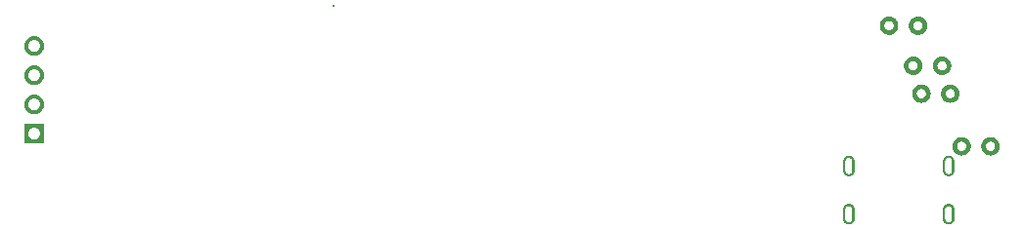
<source format=gbr>
%TF.GenerationSoftware,Flux,Pcbnew,7.0.11-7.0.11~ubuntu20.04.1*%
%TF.CreationDate,2024-08-15T15:07:56+00:00*%
%TF.ProjectId,input,696e7075-742e-46b6-9963-61645f706362,rev?*%
%TF.SameCoordinates,Original*%
%TF.FileFunction,Soldermask,Bot*%
%TF.FilePolarity,Negative*%
%FSLAX46Y46*%
G04 Gerber Fmt 4.6, Leading zero omitted, Abs format (unit mm)*
G04 Filename: businesscardpcb*
G04 Build it with Flux! Visit our site at: https://www.flux.ai (PCBNEW 7.0.11-7.0.11~ubuntu20.04.1) date 2024-08-15 15:07:56*
%MOMM*%
%LPD*%
G01*
G04 APERTURE LIST*
G04 APERTURE END LIST*
%TO.C,*%
G36*
X-14940100Y-7684100D02*
G01*
X-15090100Y-7684100D01*
X-15090100Y-7534100D01*
X-14940100Y-7534100D01*
X-14940100Y-7684100D01*
G37*
G36*
X-40061800Y-17838300D02*
G01*
X-40061800Y-19538300D01*
X-41761800Y-19538300D01*
X-41761800Y-18700571D01*
X-41411649Y-18700571D01*
X-41410445Y-18725082D01*
X-41408040Y-18749505D01*
X-41404439Y-18773781D01*
X-41399651Y-18797851D01*
X-41393688Y-18821656D01*
X-41386564Y-18845141D01*
X-41378296Y-18868248D01*
X-41368905Y-18890921D01*
X-41358412Y-18913106D01*
X-41346843Y-18934749D01*
X-41334227Y-18955799D01*
X-41320592Y-18976204D01*
X-41305973Y-18995916D01*
X-41290404Y-19014886D01*
X-41273924Y-19033070D01*
X-41256570Y-19050424D01*
X-41238386Y-19066904D01*
X-41219416Y-19082473D01*
X-41199704Y-19097092D01*
X-41179299Y-19110727D01*
X-41158249Y-19123343D01*
X-41136606Y-19134912D01*
X-41114421Y-19145405D01*
X-41091748Y-19154796D01*
X-41068641Y-19163064D01*
X-41045156Y-19170188D01*
X-41021351Y-19176151D01*
X-40997281Y-19180939D01*
X-40973005Y-19184540D01*
X-40948582Y-19186945D01*
X-40924071Y-19188149D01*
X-40899529Y-19188149D01*
X-40875018Y-19186945D01*
X-40850595Y-19184540D01*
X-40826319Y-19180939D01*
X-40802249Y-19176151D01*
X-40778444Y-19170188D01*
X-40754959Y-19163064D01*
X-40731852Y-19154796D01*
X-40709179Y-19145405D01*
X-40686994Y-19134912D01*
X-40665351Y-19123343D01*
X-40644301Y-19110727D01*
X-40623896Y-19097092D01*
X-40604184Y-19082473D01*
X-40585214Y-19066904D01*
X-40567030Y-19050424D01*
X-40549676Y-19033070D01*
X-40533196Y-19014886D01*
X-40517627Y-18995916D01*
X-40503008Y-18976204D01*
X-40489373Y-18955799D01*
X-40476757Y-18934749D01*
X-40465188Y-18913106D01*
X-40454695Y-18890921D01*
X-40445304Y-18868248D01*
X-40437036Y-18845141D01*
X-40429912Y-18821656D01*
X-40423949Y-18797851D01*
X-40419161Y-18773781D01*
X-40415560Y-18749505D01*
X-40413155Y-18725082D01*
X-40411951Y-18700571D01*
X-40411951Y-18676029D01*
X-40413155Y-18651518D01*
X-40415560Y-18627095D01*
X-40419161Y-18602819D01*
X-40423949Y-18578749D01*
X-40429912Y-18554944D01*
X-40437036Y-18531459D01*
X-40445304Y-18508352D01*
X-40454695Y-18485679D01*
X-40458533Y-18477563D01*
X-40465188Y-18463494D01*
X-40476757Y-18441851D01*
X-40489373Y-18420801D01*
X-40503008Y-18400396D01*
X-40517627Y-18380684D01*
X-40533196Y-18361714D01*
X-40549676Y-18343530D01*
X-40567030Y-18326176D01*
X-40585214Y-18309696D01*
X-40604184Y-18294127D01*
X-40623896Y-18279508D01*
X-40644301Y-18265873D01*
X-40665351Y-18253257D01*
X-40686994Y-18241688D01*
X-40709179Y-18231195D01*
X-40731852Y-18221804D01*
X-40754959Y-18213536D01*
X-40778444Y-18206412D01*
X-40802249Y-18200449D01*
X-40826319Y-18195661D01*
X-40850595Y-18192060D01*
X-40875018Y-18189655D01*
X-40899529Y-18188451D01*
X-40924071Y-18188451D01*
X-40948582Y-18189655D01*
X-40973005Y-18192060D01*
X-40997281Y-18195661D01*
X-41021351Y-18200449D01*
X-41045156Y-18206412D01*
X-41068641Y-18213536D01*
X-41091748Y-18221804D01*
X-41114421Y-18231195D01*
X-41136606Y-18241688D01*
X-41158249Y-18253257D01*
X-41179299Y-18265873D01*
X-41199704Y-18279508D01*
X-41219416Y-18294127D01*
X-41238386Y-18309696D01*
X-41256570Y-18326176D01*
X-41273924Y-18343530D01*
X-41290404Y-18361714D01*
X-41305973Y-18380684D01*
X-41320592Y-18400396D01*
X-41334227Y-18420801D01*
X-41346843Y-18441851D01*
X-41358412Y-18463494D01*
X-41368905Y-18485679D01*
X-41378296Y-18508352D01*
X-41386564Y-18531459D01*
X-41393688Y-18554944D01*
X-41399651Y-18578749D01*
X-41404439Y-18602819D01*
X-41408040Y-18627095D01*
X-41410445Y-18651518D01*
X-41411649Y-18676029D01*
X-41411649Y-18700571D01*
X-41761800Y-18700571D01*
X-41761800Y-17838300D01*
X-40061800Y-17838300D01*
G37*
G36*
X-40849250Y-10220603D02*
G01*
X-40807731Y-10224692D01*
X-40766462Y-10230814D01*
X-40725544Y-10238953D01*
X-40685074Y-10249090D01*
X-40645150Y-10261201D01*
X-40605869Y-10275256D01*
X-40567325Y-10291222D01*
X-40529610Y-10309059D01*
X-40492816Y-10328726D01*
X-40457032Y-10350174D01*
X-40422343Y-10373353D01*
X-40388833Y-10398206D01*
X-40356583Y-10424672D01*
X-40325670Y-10452690D01*
X-40296170Y-10482191D01*
X-40268152Y-10513103D01*
X-40241685Y-10545353D01*
X-40216833Y-10578863D01*
X-40193654Y-10613552D01*
X-40172206Y-10649337D01*
X-40152539Y-10686130D01*
X-40134701Y-10723845D01*
X-40118736Y-10762389D01*
X-40104681Y-10801671D01*
X-40092570Y-10841594D01*
X-40082433Y-10882064D01*
X-40074294Y-10922982D01*
X-40068172Y-10964251D01*
X-40064083Y-11005770D01*
X-40062036Y-11047440D01*
X-40062036Y-11089160D01*
X-40064083Y-11130830D01*
X-40068172Y-11172349D01*
X-40074294Y-11213618D01*
X-40082433Y-11254536D01*
X-40092570Y-11295006D01*
X-40104681Y-11334929D01*
X-40118736Y-11374211D01*
X-40134701Y-11412755D01*
X-40152539Y-11450470D01*
X-40172206Y-11487263D01*
X-40193654Y-11523048D01*
X-40216833Y-11557737D01*
X-40241685Y-11591247D01*
X-40268152Y-11623497D01*
X-40296170Y-11654409D01*
X-40325670Y-11683910D01*
X-40356583Y-11711928D01*
X-40388833Y-11738394D01*
X-40422343Y-11763247D01*
X-40457032Y-11786426D01*
X-40492816Y-11807874D01*
X-40529610Y-11827541D01*
X-40567325Y-11845378D01*
X-40605869Y-11861344D01*
X-40645150Y-11875399D01*
X-40685074Y-11887510D01*
X-40725544Y-11897647D01*
X-40766462Y-11905786D01*
X-40807731Y-11911908D01*
X-40849250Y-11915997D01*
X-40890920Y-11918044D01*
X-40932640Y-11918044D01*
X-40974310Y-11915997D01*
X-41015829Y-11911908D01*
X-41057097Y-11905786D01*
X-41098016Y-11897647D01*
X-41138486Y-11887510D01*
X-41178409Y-11875399D01*
X-41217691Y-11861344D01*
X-41256235Y-11845378D01*
X-41293949Y-11827541D01*
X-41330743Y-11807874D01*
X-41366528Y-11786426D01*
X-41401217Y-11763247D01*
X-41434727Y-11738394D01*
X-41466977Y-11711928D01*
X-41497889Y-11683910D01*
X-41527390Y-11654409D01*
X-41555407Y-11623497D01*
X-41581874Y-11591247D01*
X-41606727Y-11557737D01*
X-41629905Y-11523048D01*
X-41651354Y-11487263D01*
X-41671020Y-11450470D01*
X-41688858Y-11412755D01*
X-41704824Y-11374211D01*
X-41718879Y-11334929D01*
X-41730989Y-11295006D01*
X-41741127Y-11254536D01*
X-41749266Y-11213618D01*
X-41755387Y-11172349D01*
X-41759477Y-11130830D01*
X-41761524Y-11089160D01*
X-41761524Y-11080571D01*
X-41411629Y-11080571D01*
X-41410425Y-11105082D01*
X-41408020Y-11129505D01*
X-41404419Y-11153781D01*
X-41399631Y-11177851D01*
X-41393668Y-11201656D01*
X-41386544Y-11225141D01*
X-41378276Y-11248248D01*
X-41368885Y-11270921D01*
X-41358392Y-11293106D01*
X-41346823Y-11314749D01*
X-41334207Y-11335799D01*
X-41320572Y-11356204D01*
X-41305953Y-11375916D01*
X-41290384Y-11394886D01*
X-41273903Y-11413070D01*
X-41256550Y-11430424D01*
X-41238366Y-11446904D01*
X-41219396Y-11462473D01*
X-41199684Y-11477092D01*
X-41179279Y-11490727D01*
X-41158229Y-11503343D01*
X-41136585Y-11514912D01*
X-41114400Y-11525405D01*
X-41091727Y-11534796D01*
X-41068621Y-11543064D01*
X-41045136Y-11550188D01*
X-41021330Y-11556151D01*
X-40997261Y-11560939D01*
X-40972985Y-11564540D01*
X-40948562Y-11566945D01*
X-40924050Y-11568149D01*
X-40899509Y-11568149D01*
X-40874997Y-11566945D01*
X-40850574Y-11564540D01*
X-40826299Y-11560939D01*
X-40802229Y-11556151D01*
X-40778423Y-11550188D01*
X-40754939Y-11543064D01*
X-40731832Y-11534796D01*
X-40709159Y-11525405D01*
X-40686974Y-11514912D01*
X-40665331Y-11503343D01*
X-40644281Y-11490727D01*
X-40623876Y-11477092D01*
X-40604164Y-11462473D01*
X-40585193Y-11446904D01*
X-40567010Y-11430424D01*
X-40549656Y-11413070D01*
X-40533175Y-11394886D01*
X-40517607Y-11375916D01*
X-40502987Y-11356204D01*
X-40489353Y-11335799D01*
X-40476736Y-11314749D01*
X-40465168Y-11293106D01*
X-40454675Y-11270921D01*
X-40445283Y-11248248D01*
X-40437016Y-11225141D01*
X-40429892Y-11201656D01*
X-40423929Y-11177851D01*
X-40419141Y-11153781D01*
X-40415540Y-11129505D01*
X-40413135Y-11105082D01*
X-40411930Y-11080571D01*
X-40411930Y-11056029D01*
X-40413135Y-11031518D01*
X-40415540Y-11007095D01*
X-40419141Y-10982819D01*
X-40423929Y-10958749D01*
X-40429892Y-10934944D01*
X-40437016Y-10911459D01*
X-40445283Y-10888352D01*
X-40454675Y-10865679D01*
X-40465168Y-10843494D01*
X-40476736Y-10821851D01*
X-40489353Y-10800801D01*
X-40502987Y-10780396D01*
X-40517607Y-10760684D01*
X-40533175Y-10741714D01*
X-40549656Y-10723530D01*
X-40567010Y-10706176D01*
X-40585193Y-10689696D01*
X-40604164Y-10674127D01*
X-40623876Y-10659508D01*
X-40644281Y-10645873D01*
X-40665331Y-10633257D01*
X-40686974Y-10621688D01*
X-40709159Y-10611195D01*
X-40731832Y-10601804D01*
X-40754939Y-10593536D01*
X-40778423Y-10586412D01*
X-40802229Y-10580449D01*
X-40826299Y-10575661D01*
X-40850574Y-10572060D01*
X-40874997Y-10569655D01*
X-40899509Y-10568451D01*
X-40924050Y-10568451D01*
X-40948562Y-10569655D01*
X-40972985Y-10572060D01*
X-40997261Y-10575661D01*
X-41021330Y-10580449D01*
X-41045136Y-10586412D01*
X-41068621Y-10593536D01*
X-41091727Y-10601804D01*
X-41114400Y-10611195D01*
X-41136585Y-10621688D01*
X-41158229Y-10633257D01*
X-41179279Y-10645873D01*
X-41199684Y-10659508D01*
X-41219396Y-10674127D01*
X-41238366Y-10689696D01*
X-41256550Y-10706176D01*
X-41273903Y-10723530D01*
X-41290384Y-10741714D01*
X-41305953Y-10760684D01*
X-41320572Y-10780396D01*
X-41334207Y-10800801D01*
X-41346823Y-10821851D01*
X-41358392Y-10843494D01*
X-41368885Y-10865679D01*
X-41378276Y-10888352D01*
X-41386544Y-10911459D01*
X-41393668Y-10934944D01*
X-41399631Y-10958749D01*
X-41404419Y-10982819D01*
X-41408020Y-11007095D01*
X-41410425Y-11031518D01*
X-41411629Y-11056029D01*
X-41411629Y-11080571D01*
X-41761524Y-11080571D01*
X-41761524Y-11047440D01*
X-41759477Y-11005770D01*
X-41755387Y-10964251D01*
X-41749266Y-10922982D01*
X-41741127Y-10882064D01*
X-41730989Y-10841594D01*
X-41718879Y-10801671D01*
X-41704824Y-10762389D01*
X-41688858Y-10723845D01*
X-41671020Y-10686130D01*
X-41651354Y-10649337D01*
X-41629905Y-10613552D01*
X-41606727Y-10578863D01*
X-41581874Y-10545353D01*
X-41555407Y-10513103D01*
X-41527390Y-10482191D01*
X-41497889Y-10452690D01*
X-41466977Y-10424672D01*
X-41434727Y-10398206D01*
X-41401217Y-10373353D01*
X-41366528Y-10350174D01*
X-41330743Y-10328726D01*
X-41293949Y-10309059D01*
X-41256235Y-10291222D01*
X-41217691Y-10275256D01*
X-41178409Y-10261201D01*
X-41138486Y-10249090D01*
X-41098016Y-10238953D01*
X-41057097Y-10230814D01*
X-41015829Y-10224692D01*
X-40974310Y-10220603D01*
X-40932640Y-10218556D01*
X-40890920Y-10218556D01*
X-40849250Y-10220603D01*
G37*
G36*
X-40849263Y-15300603D02*
G01*
X-40807744Y-15304692D01*
X-40766476Y-15310814D01*
X-40725557Y-15318953D01*
X-40685087Y-15329090D01*
X-40645164Y-15341201D01*
X-40605882Y-15355256D01*
X-40567338Y-15371222D01*
X-40529624Y-15389059D01*
X-40492830Y-15408726D01*
X-40457045Y-15430174D01*
X-40422356Y-15453353D01*
X-40388846Y-15478206D01*
X-40356596Y-15504672D01*
X-40325684Y-15532690D01*
X-40296183Y-15562191D01*
X-40268166Y-15593103D01*
X-40241699Y-15625353D01*
X-40216846Y-15658863D01*
X-40193668Y-15693552D01*
X-40172219Y-15729337D01*
X-40152553Y-15766130D01*
X-40134715Y-15803845D01*
X-40118749Y-15842389D01*
X-40104694Y-15881671D01*
X-40092584Y-15921594D01*
X-40082446Y-15962064D01*
X-40074307Y-16002982D01*
X-40068186Y-16044251D01*
X-40064096Y-16085770D01*
X-40062049Y-16127440D01*
X-40062049Y-16169160D01*
X-40064096Y-16210830D01*
X-40068186Y-16252349D01*
X-40074307Y-16293618D01*
X-40082446Y-16334536D01*
X-40092584Y-16375006D01*
X-40104694Y-16414929D01*
X-40118749Y-16454211D01*
X-40134715Y-16492755D01*
X-40152553Y-16530470D01*
X-40172219Y-16567263D01*
X-40193668Y-16603048D01*
X-40216846Y-16637737D01*
X-40241699Y-16671247D01*
X-40268166Y-16703497D01*
X-40296183Y-16734409D01*
X-40325684Y-16763910D01*
X-40356596Y-16791928D01*
X-40388846Y-16818394D01*
X-40422356Y-16843247D01*
X-40457045Y-16866426D01*
X-40492830Y-16887874D01*
X-40529624Y-16907541D01*
X-40567338Y-16925378D01*
X-40605882Y-16941344D01*
X-40645164Y-16955399D01*
X-40685087Y-16967510D01*
X-40725557Y-16977647D01*
X-40766476Y-16985786D01*
X-40807744Y-16991908D01*
X-40849263Y-16995997D01*
X-40890933Y-16998044D01*
X-40932653Y-16998044D01*
X-40974323Y-16995997D01*
X-41015842Y-16991908D01*
X-41057111Y-16985786D01*
X-41098029Y-16977647D01*
X-41138499Y-16967510D01*
X-41178423Y-16955399D01*
X-41217704Y-16941344D01*
X-41256248Y-16925378D01*
X-41293963Y-16907541D01*
X-41330757Y-16887874D01*
X-41366541Y-16866426D01*
X-41401230Y-16843247D01*
X-41434740Y-16818394D01*
X-41466990Y-16791928D01*
X-41497903Y-16763910D01*
X-41527403Y-16734409D01*
X-41555421Y-16703497D01*
X-41581888Y-16671247D01*
X-41606740Y-16637737D01*
X-41629919Y-16603048D01*
X-41651367Y-16567263D01*
X-41671034Y-16530470D01*
X-41688872Y-16492755D01*
X-41704837Y-16454211D01*
X-41718892Y-16414929D01*
X-41731003Y-16375006D01*
X-41741140Y-16334536D01*
X-41749279Y-16293618D01*
X-41755401Y-16252349D01*
X-41759490Y-16210830D01*
X-41761537Y-16169160D01*
X-41761537Y-16160571D01*
X-41411643Y-16160571D01*
X-41410438Y-16185082D01*
X-41408033Y-16209505D01*
X-41404432Y-16233781D01*
X-41399644Y-16257851D01*
X-41393681Y-16281656D01*
X-41386557Y-16305141D01*
X-41378290Y-16328248D01*
X-41368898Y-16350921D01*
X-41358405Y-16373106D01*
X-41346837Y-16394749D01*
X-41334220Y-16415799D01*
X-41320586Y-16436204D01*
X-41305966Y-16455916D01*
X-41290398Y-16474886D01*
X-41273917Y-16493070D01*
X-41256564Y-16510424D01*
X-41238380Y-16526904D01*
X-41219409Y-16542473D01*
X-41199697Y-16557092D01*
X-41179292Y-16570727D01*
X-41158242Y-16583343D01*
X-41136599Y-16594912D01*
X-41114414Y-16605405D01*
X-41091741Y-16614796D01*
X-41068634Y-16623064D01*
X-41045150Y-16630188D01*
X-41021344Y-16636151D01*
X-40997274Y-16640939D01*
X-40972999Y-16644540D01*
X-40948576Y-16646945D01*
X-40924064Y-16648149D01*
X-40899523Y-16648149D01*
X-40875011Y-16646945D01*
X-40850588Y-16644540D01*
X-40826312Y-16640939D01*
X-40802243Y-16636151D01*
X-40778437Y-16630188D01*
X-40754952Y-16623064D01*
X-40731846Y-16614796D01*
X-40709173Y-16605405D01*
X-40686988Y-16594912D01*
X-40665344Y-16583343D01*
X-40644294Y-16570727D01*
X-40623889Y-16557092D01*
X-40604177Y-16542473D01*
X-40585207Y-16526904D01*
X-40567023Y-16510424D01*
X-40549670Y-16493070D01*
X-40533189Y-16474886D01*
X-40517620Y-16455916D01*
X-40503001Y-16436204D01*
X-40489366Y-16415799D01*
X-40476750Y-16394749D01*
X-40465181Y-16373106D01*
X-40454688Y-16350921D01*
X-40445297Y-16328248D01*
X-40437029Y-16305141D01*
X-40429905Y-16281656D01*
X-40423942Y-16257851D01*
X-40419154Y-16233781D01*
X-40415553Y-16209505D01*
X-40413148Y-16185082D01*
X-40411944Y-16160571D01*
X-40411944Y-16136029D01*
X-40413148Y-16111518D01*
X-40415553Y-16087095D01*
X-40419154Y-16062819D01*
X-40423942Y-16038749D01*
X-40429905Y-16014944D01*
X-40437029Y-15991459D01*
X-40445297Y-15968352D01*
X-40454688Y-15945679D01*
X-40465181Y-15923494D01*
X-40476750Y-15901851D01*
X-40489366Y-15880801D01*
X-40503001Y-15860396D01*
X-40517620Y-15840684D01*
X-40533189Y-15821714D01*
X-40549670Y-15803530D01*
X-40567023Y-15786176D01*
X-40585207Y-15769696D01*
X-40604177Y-15754127D01*
X-40623889Y-15739508D01*
X-40644294Y-15725873D01*
X-40665344Y-15713257D01*
X-40686988Y-15701688D01*
X-40709173Y-15691195D01*
X-40731846Y-15681804D01*
X-40754952Y-15673536D01*
X-40778437Y-15666412D01*
X-40802243Y-15660449D01*
X-40826312Y-15655661D01*
X-40850588Y-15652060D01*
X-40875011Y-15649655D01*
X-40899523Y-15648451D01*
X-40924064Y-15648451D01*
X-40948576Y-15649655D01*
X-40972999Y-15652060D01*
X-40997274Y-15655661D01*
X-41021344Y-15660449D01*
X-41045150Y-15666412D01*
X-41068634Y-15673536D01*
X-41091741Y-15681804D01*
X-41114414Y-15691195D01*
X-41136599Y-15701688D01*
X-41158242Y-15713257D01*
X-41179292Y-15725873D01*
X-41199697Y-15739508D01*
X-41219409Y-15754127D01*
X-41238380Y-15769696D01*
X-41256564Y-15786176D01*
X-41273917Y-15803530D01*
X-41290398Y-15821714D01*
X-41305966Y-15840684D01*
X-41320586Y-15860396D01*
X-41334220Y-15880801D01*
X-41346837Y-15901851D01*
X-41358405Y-15923494D01*
X-41368898Y-15945679D01*
X-41378290Y-15968352D01*
X-41386557Y-15991459D01*
X-41393681Y-16014944D01*
X-41399644Y-16038749D01*
X-41404432Y-16062819D01*
X-41408033Y-16087095D01*
X-41410438Y-16111518D01*
X-41411643Y-16136029D01*
X-41411643Y-16160571D01*
X-41761537Y-16160571D01*
X-41761537Y-16127440D01*
X-41759490Y-16085770D01*
X-41755401Y-16044251D01*
X-41749279Y-16002982D01*
X-41741140Y-15962064D01*
X-41731003Y-15921594D01*
X-41718892Y-15881671D01*
X-41704837Y-15842389D01*
X-41688872Y-15803845D01*
X-41671034Y-15766130D01*
X-41651367Y-15729337D01*
X-41629919Y-15693552D01*
X-41606740Y-15658863D01*
X-41581888Y-15625353D01*
X-41555421Y-15593103D01*
X-41527403Y-15562191D01*
X-41497903Y-15532690D01*
X-41466990Y-15504672D01*
X-41434740Y-15478206D01*
X-41401230Y-15453353D01*
X-41366541Y-15430174D01*
X-41330757Y-15408726D01*
X-41293963Y-15389059D01*
X-41256248Y-15371222D01*
X-41217704Y-15355256D01*
X-41178423Y-15341201D01*
X-41138499Y-15329090D01*
X-41098029Y-15318953D01*
X-41057111Y-15310814D01*
X-41015842Y-15304692D01*
X-40974323Y-15300603D01*
X-40932653Y-15298556D01*
X-40890933Y-15298556D01*
X-40849263Y-15300603D01*
G37*
G36*
X-40849257Y-12760603D02*
G01*
X-40807737Y-12764692D01*
X-40766469Y-12770814D01*
X-40725550Y-12778953D01*
X-40685081Y-12789090D01*
X-40645157Y-12801201D01*
X-40605876Y-12815256D01*
X-40567331Y-12831222D01*
X-40529617Y-12849059D01*
X-40492823Y-12868726D01*
X-40457039Y-12890174D01*
X-40422350Y-12913353D01*
X-40388840Y-12938206D01*
X-40356590Y-12964672D01*
X-40325677Y-12992690D01*
X-40296176Y-13022191D01*
X-40268159Y-13053103D01*
X-40241692Y-13085353D01*
X-40216839Y-13118863D01*
X-40193661Y-13153552D01*
X-40172213Y-13189337D01*
X-40152546Y-13226130D01*
X-40134708Y-13263845D01*
X-40118743Y-13302389D01*
X-40104688Y-13341671D01*
X-40092577Y-13381594D01*
X-40082440Y-13422064D01*
X-40074301Y-13462982D01*
X-40068179Y-13504251D01*
X-40064090Y-13545770D01*
X-40062043Y-13587440D01*
X-40062043Y-13629160D01*
X-40064090Y-13670830D01*
X-40068179Y-13712349D01*
X-40074301Y-13753618D01*
X-40082440Y-13794536D01*
X-40092577Y-13835006D01*
X-40104688Y-13874929D01*
X-40118743Y-13914211D01*
X-40134708Y-13952755D01*
X-40152546Y-13990470D01*
X-40172213Y-14027263D01*
X-40193661Y-14063048D01*
X-40216839Y-14097737D01*
X-40241692Y-14131247D01*
X-40268159Y-14163497D01*
X-40296176Y-14194409D01*
X-40325677Y-14223910D01*
X-40356590Y-14251928D01*
X-40388840Y-14278394D01*
X-40422350Y-14303247D01*
X-40457039Y-14326426D01*
X-40492823Y-14347874D01*
X-40529617Y-14367541D01*
X-40567331Y-14385378D01*
X-40605876Y-14401344D01*
X-40645157Y-14415399D01*
X-40685081Y-14427510D01*
X-40725550Y-14437647D01*
X-40766469Y-14445786D01*
X-40807737Y-14451908D01*
X-40849257Y-14455997D01*
X-40890926Y-14458044D01*
X-40932647Y-14458044D01*
X-40974316Y-14455997D01*
X-41015836Y-14451908D01*
X-41057104Y-14445786D01*
X-41098023Y-14437647D01*
X-41138492Y-14427510D01*
X-41178416Y-14415399D01*
X-41217697Y-14401344D01*
X-41256242Y-14385378D01*
X-41293956Y-14367541D01*
X-41330750Y-14347874D01*
X-41366534Y-14326426D01*
X-41401223Y-14303247D01*
X-41434733Y-14278394D01*
X-41466983Y-14251928D01*
X-41497896Y-14223910D01*
X-41527397Y-14194409D01*
X-41555414Y-14163497D01*
X-41581881Y-14131247D01*
X-41606734Y-14097737D01*
X-41629912Y-14063048D01*
X-41651360Y-14027263D01*
X-41671027Y-13990470D01*
X-41688865Y-13952755D01*
X-41704830Y-13914211D01*
X-41718885Y-13874929D01*
X-41730996Y-13835006D01*
X-41741133Y-13794536D01*
X-41749273Y-13753618D01*
X-41755394Y-13712349D01*
X-41759483Y-13670830D01*
X-41761531Y-13629160D01*
X-41761531Y-13620571D01*
X-41411636Y-13620571D01*
X-41410432Y-13645082D01*
X-41408026Y-13669505D01*
X-41404425Y-13693781D01*
X-41399638Y-13717851D01*
X-41393675Y-13741656D01*
X-41386551Y-13765141D01*
X-41378283Y-13788248D01*
X-41368891Y-13810921D01*
X-41358399Y-13833106D01*
X-41346830Y-13854749D01*
X-41334213Y-13875799D01*
X-41320579Y-13896204D01*
X-41305960Y-13915916D01*
X-41290391Y-13934886D01*
X-41273910Y-13953070D01*
X-41256557Y-13970424D01*
X-41238373Y-13986904D01*
X-41219402Y-14002473D01*
X-41199691Y-14017092D01*
X-41179285Y-14030727D01*
X-41158236Y-14043343D01*
X-41136592Y-14054912D01*
X-41114407Y-14065405D01*
X-41091734Y-14074796D01*
X-41068627Y-14083064D01*
X-41045143Y-14090188D01*
X-41021337Y-14096151D01*
X-40997267Y-14100939D01*
X-40972992Y-14104540D01*
X-40948569Y-14106945D01*
X-40924057Y-14108149D01*
X-40899516Y-14108149D01*
X-40875004Y-14106945D01*
X-40850581Y-14104540D01*
X-40826306Y-14100939D01*
X-40802236Y-14096151D01*
X-40778430Y-14090188D01*
X-40754946Y-14083064D01*
X-40731839Y-14074796D01*
X-40709166Y-14065405D01*
X-40686981Y-14054912D01*
X-40665337Y-14043343D01*
X-40644288Y-14030727D01*
X-40623882Y-14017092D01*
X-40604171Y-14002473D01*
X-40585200Y-13986904D01*
X-40567016Y-13970424D01*
X-40549663Y-13953070D01*
X-40533182Y-13934886D01*
X-40517613Y-13915916D01*
X-40502994Y-13896204D01*
X-40489360Y-13875799D01*
X-40476743Y-13854749D01*
X-40465174Y-13833106D01*
X-40454682Y-13810921D01*
X-40445290Y-13788248D01*
X-40437022Y-13765141D01*
X-40429898Y-13741656D01*
X-40423935Y-13717851D01*
X-40419148Y-13693781D01*
X-40415547Y-13669505D01*
X-40413141Y-13645082D01*
X-40411937Y-13620571D01*
X-40411937Y-13596029D01*
X-40413141Y-13571518D01*
X-40415547Y-13547095D01*
X-40419148Y-13522819D01*
X-40423935Y-13498749D01*
X-40429898Y-13474944D01*
X-40437022Y-13451459D01*
X-40445290Y-13428352D01*
X-40454682Y-13405679D01*
X-40465174Y-13383494D01*
X-40476743Y-13361851D01*
X-40489360Y-13340801D01*
X-40502994Y-13320396D01*
X-40517613Y-13300684D01*
X-40533182Y-13281714D01*
X-40549663Y-13263530D01*
X-40567016Y-13246176D01*
X-40585200Y-13229696D01*
X-40604171Y-13214127D01*
X-40623882Y-13199508D01*
X-40644288Y-13185873D01*
X-40665337Y-13173257D01*
X-40686981Y-13161688D01*
X-40709166Y-13151195D01*
X-40731839Y-13141804D01*
X-40754946Y-13133536D01*
X-40778430Y-13126412D01*
X-40802236Y-13120449D01*
X-40826306Y-13115661D01*
X-40850581Y-13112060D01*
X-40875004Y-13109655D01*
X-40899516Y-13108451D01*
X-40924057Y-13108451D01*
X-40948569Y-13109655D01*
X-40972992Y-13112060D01*
X-40997267Y-13115661D01*
X-41021337Y-13120449D01*
X-41045143Y-13126412D01*
X-41068627Y-13133536D01*
X-41091734Y-13141804D01*
X-41114407Y-13151195D01*
X-41136592Y-13161688D01*
X-41158236Y-13173257D01*
X-41179285Y-13185873D01*
X-41199691Y-13199508D01*
X-41219402Y-13214127D01*
X-41238373Y-13229696D01*
X-41256557Y-13246176D01*
X-41273910Y-13263530D01*
X-41290391Y-13281714D01*
X-41305960Y-13300684D01*
X-41320579Y-13320396D01*
X-41334213Y-13340801D01*
X-41346830Y-13361851D01*
X-41358399Y-13383494D01*
X-41368891Y-13405679D01*
X-41378283Y-13428352D01*
X-41386551Y-13451459D01*
X-41393675Y-13474944D01*
X-41399638Y-13498749D01*
X-41404425Y-13522819D01*
X-41408026Y-13547095D01*
X-41410432Y-13571518D01*
X-41411636Y-13596029D01*
X-41411636Y-13620571D01*
X-41761531Y-13620571D01*
X-41761531Y-13587440D01*
X-41759483Y-13545770D01*
X-41755394Y-13504251D01*
X-41749273Y-13462982D01*
X-41741133Y-13422064D01*
X-41730996Y-13381594D01*
X-41718885Y-13341671D01*
X-41704830Y-13302389D01*
X-41688865Y-13263845D01*
X-41671027Y-13226130D01*
X-41651360Y-13189337D01*
X-41629912Y-13153552D01*
X-41606734Y-13118863D01*
X-41581881Y-13085353D01*
X-41555414Y-13053103D01*
X-41527397Y-13022191D01*
X-41497896Y-12992690D01*
X-41466983Y-12964672D01*
X-41434733Y-12938206D01*
X-41401223Y-12913353D01*
X-41366534Y-12890174D01*
X-41330750Y-12868726D01*
X-41293956Y-12849059D01*
X-41256242Y-12831222D01*
X-41217697Y-12815256D01*
X-41178416Y-12801201D01*
X-41138492Y-12789090D01*
X-41098023Y-12778953D01*
X-41057104Y-12770814D01*
X-41015836Y-12764692D01*
X-40974316Y-12760603D01*
X-40932647Y-12758556D01*
X-40890926Y-12758556D01*
X-40849257Y-12760603D01*
G37*
G36*
X38285882Y-20605255D02*
G01*
X38310305Y-20607660D01*
X38334581Y-20611261D01*
X38358651Y-20616049D01*
X38382456Y-20622012D01*
X38405941Y-20629136D01*
X38429048Y-20637404D01*
X38451721Y-20646795D01*
X38473906Y-20657288D01*
X38495549Y-20668857D01*
X38516599Y-20681473D01*
X38537004Y-20695108D01*
X38556716Y-20709727D01*
X38575686Y-20725296D01*
X38593870Y-20741776D01*
X38611224Y-20759130D01*
X38627704Y-20777314D01*
X38643273Y-20796284D01*
X38657892Y-20815996D01*
X38671527Y-20836401D01*
X38684143Y-20857451D01*
X38695712Y-20879094D01*
X38706205Y-20901279D01*
X38715596Y-20923952D01*
X38723864Y-20947059D01*
X38730988Y-20970544D01*
X38736951Y-20994349D01*
X38741739Y-21018419D01*
X38745340Y-21042695D01*
X38747745Y-21067118D01*
X38748949Y-21091629D01*
X38748949Y-21916171D01*
X38747745Y-21940682D01*
X38745340Y-21965105D01*
X38741739Y-21989381D01*
X38736951Y-22013451D01*
X38730988Y-22037256D01*
X38723864Y-22060741D01*
X38715596Y-22083848D01*
X38706205Y-22106521D01*
X38695712Y-22128706D01*
X38684143Y-22150349D01*
X38671527Y-22171399D01*
X38657892Y-22191804D01*
X38643273Y-22211516D01*
X38627704Y-22230486D01*
X38611224Y-22248670D01*
X38593870Y-22266024D01*
X38575686Y-22282504D01*
X38556716Y-22298073D01*
X38537004Y-22312692D01*
X38516599Y-22326327D01*
X38495549Y-22338943D01*
X38473906Y-22350512D01*
X38451721Y-22361005D01*
X38429048Y-22370396D01*
X38405941Y-22378664D01*
X38382456Y-22385788D01*
X38358651Y-22391751D01*
X38334581Y-22396539D01*
X38310305Y-22400140D01*
X38285882Y-22402545D01*
X38261371Y-22403749D01*
X38236829Y-22403749D01*
X38212318Y-22402545D01*
X38187895Y-22400140D01*
X38163619Y-22396539D01*
X38139549Y-22391751D01*
X38115744Y-22385788D01*
X38092259Y-22378664D01*
X38069152Y-22370396D01*
X38046479Y-22361005D01*
X38024294Y-22350512D01*
X38002651Y-22338943D01*
X37981601Y-22326327D01*
X37961196Y-22312692D01*
X37941484Y-22298073D01*
X37922514Y-22282504D01*
X37904330Y-22266024D01*
X37886976Y-22248670D01*
X37870496Y-22230486D01*
X37854927Y-22211516D01*
X37840308Y-22191804D01*
X37826673Y-22171399D01*
X37814057Y-22150349D01*
X37802488Y-22128706D01*
X37791995Y-22106521D01*
X37782604Y-22083848D01*
X37774336Y-22060741D01*
X37767212Y-22037256D01*
X37761249Y-22013451D01*
X37756461Y-21989381D01*
X37752860Y-21965105D01*
X37750455Y-21940682D01*
X37749251Y-21916171D01*
X37749251Y-21911262D01*
X37949190Y-21911262D01*
X37949913Y-21925969D01*
X37951356Y-21940623D01*
X37953517Y-21955189D01*
X37956389Y-21969630D01*
X37959967Y-21983914D01*
X37964242Y-21998005D01*
X37969202Y-22011869D01*
X37974837Y-22025472D01*
X37981133Y-22038783D01*
X37988074Y-22051769D01*
X37995644Y-22064399D01*
X38003825Y-22076642D01*
X38012596Y-22088469D01*
X38021937Y-22099852D01*
X38031826Y-22110762D01*
X38042238Y-22121174D01*
X38053148Y-22131063D01*
X38064531Y-22140404D01*
X38076358Y-22149175D01*
X38088601Y-22157356D01*
X38101231Y-22164926D01*
X38114217Y-22171867D01*
X38127528Y-22178163D01*
X38141131Y-22183798D01*
X38154995Y-22188758D01*
X38169086Y-22193033D01*
X38183370Y-22196611D01*
X38197811Y-22199483D01*
X38212377Y-22201644D01*
X38227031Y-22203087D01*
X38241738Y-22203810D01*
X38256462Y-22203810D01*
X38271169Y-22203087D01*
X38285823Y-22201644D01*
X38300389Y-22199483D01*
X38314830Y-22196611D01*
X38329114Y-22193033D01*
X38343205Y-22188758D01*
X38357069Y-22183798D01*
X38370672Y-22178163D01*
X38383983Y-22171867D01*
X38396969Y-22164926D01*
X38409599Y-22157356D01*
X38421842Y-22149175D01*
X38433669Y-22140404D01*
X38445052Y-22131063D01*
X38455962Y-22121174D01*
X38466374Y-22110762D01*
X38476263Y-22099852D01*
X38485604Y-22088469D01*
X38494375Y-22076642D01*
X38502556Y-22064399D01*
X38510126Y-22051769D01*
X38517067Y-22038783D01*
X38523363Y-22025472D01*
X38528998Y-22011869D01*
X38533958Y-21998005D01*
X38538233Y-21983914D01*
X38541811Y-21969630D01*
X38544683Y-21955189D01*
X38546844Y-21940623D01*
X38548287Y-21925969D01*
X38549010Y-21911262D01*
X38549010Y-21096538D01*
X38548287Y-21081831D01*
X38546844Y-21067177D01*
X38544683Y-21052611D01*
X38541811Y-21038170D01*
X38538233Y-21023886D01*
X38533958Y-21009795D01*
X38528998Y-20995931D01*
X38523363Y-20982328D01*
X38517067Y-20969017D01*
X38510126Y-20956031D01*
X38502556Y-20943401D01*
X38494375Y-20931158D01*
X38485604Y-20919331D01*
X38476263Y-20907948D01*
X38466374Y-20897038D01*
X38455962Y-20886626D01*
X38445052Y-20876737D01*
X38433669Y-20867396D01*
X38421842Y-20858625D01*
X38409599Y-20850444D01*
X38396969Y-20842874D01*
X38383983Y-20835933D01*
X38370672Y-20829637D01*
X38357069Y-20824002D01*
X38343205Y-20819042D01*
X38329114Y-20814767D01*
X38314830Y-20811189D01*
X38300389Y-20808317D01*
X38285823Y-20806156D01*
X38271169Y-20804713D01*
X38256462Y-20803990D01*
X38241738Y-20803990D01*
X38227031Y-20804713D01*
X38212377Y-20806156D01*
X38197811Y-20808317D01*
X38183370Y-20811189D01*
X38169086Y-20814767D01*
X38154995Y-20819042D01*
X38141131Y-20824002D01*
X38127528Y-20829637D01*
X38114217Y-20835933D01*
X38101231Y-20842874D01*
X38088601Y-20850444D01*
X38076358Y-20858625D01*
X38064531Y-20867396D01*
X38053148Y-20876737D01*
X38042238Y-20886626D01*
X38031826Y-20897038D01*
X38021937Y-20907948D01*
X38012596Y-20919331D01*
X38003825Y-20931158D01*
X37995644Y-20943401D01*
X37988074Y-20956031D01*
X37981133Y-20969017D01*
X37974837Y-20982328D01*
X37969202Y-20995931D01*
X37964242Y-21009795D01*
X37959967Y-21023886D01*
X37956389Y-21038170D01*
X37953517Y-21052611D01*
X37951356Y-21067177D01*
X37949913Y-21081831D01*
X37949190Y-21096538D01*
X37949190Y-21896538D01*
X37949190Y-21911262D01*
X37749251Y-21911262D01*
X37749251Y-21891629D01*
X37749251Y-21091629D01*
X37750455Y-21067118D01*
X37752860Y-21042695D01*
X37756461Y-21018419D01*
X37761249Y-20994349D01*
X37767212Y-20970544D01*
X37774336Y-20947059D01*
X37782604Y-20923952D01*
X37791995Y-20901279D01*
X37802488Y-20879094D01*
X37814057Y-20857451D01*
X37826673Y-20836401D01*
X37840308Y-20815996D01*
X37854927Y-20796284D01*
X37870496Y-20777314D01*
X37886976Y-20759130D01*
X37904330Y-20741776D01*
X37922514Y-20725296D01*
X37941484Y-20709727D01*
X37961196Y-20695108D01*
X37981601Y-20681473D01*
X38002651Y-20668857D01*
X38024294Y-20657288D01*
X38046479Y-20646795D01*
X38069152Y-20637404D01*
X38092259Y-20629136D01*
X38115744Y-20622012D01*
X38139549Y-20616049D01*
X38163619Y-20611261D01*
X38187895Y-20607660D01*
X38212318Y-20605255D01*
X38236829Y-20604051D01*
X38261371Y-20604051D01*
X38285882Y-20605255D01*
G37*
G36*
X38285882Y-24785255D02*
G01*
X38310305Y-24787660D01*
X38334581Y-24791261D01*
X38358651Y-24796049D01*
X38382456Y-24802012D01*
X38405941Y-24809136D01*
X38429048Y-24817404D01*
X38451721Y-24826795D01*
X38473906Y-24837288D01*
X38495549Y-24848857D01*
X38516599Y-24861473D01*
X38537004Y-24875108D01*
X38556716Y-24889727D01*
X38575686Y-24905296D01*
X38593870Y-24921776D01*
X38611224Y-24939130D01*
X38627704Y-24957314D01*
X38643273Y-24976284D01*
X38657892Y-24995996D01*
X38671527Y-25016401D01*
X38684143Y-25037451D01*
X38695712Y-25059094D01*
X38706205Y-25081279D01*
X38715596Y-25103952D01*
X38723864Y-25127059D01*
X38730988Y-25150544D01*
X38736951Y-25174349D01*
X38741739Y-25198419D01*
X38745340Y-25222695D01*
X38747745Y-25247118D01*
X38748949Y-25271629D01*
X38748949Y-26096171D01*
X38747745Y-26120682D01*
X38745340Y-26145105D01*
X38741739Y-26169381D01*
X38736951Y-26193451D01*
X38730988Y-26217256D01*
X38723864Y-26240741D01*
X38715596Y-26263848D01*
X38706205Y-26286521D01*
X38695712Y-26308706D01*
X38684143Y-26330349D01*
X38671527Y-26351399D01*
X38657892Y-26371804D01*
X38643273Y-26391516D01*
X38627704Y-26410486D01*
X38611224Y-26428670D01*
X38593870Y-26446024D01*
X38575686Y-26462504D01*
X38556716Y-26478073D01*
X38537004Y-26492692D01*
X38516599Y-26506327D01*
X38495549Y-26518943D01*
X38473906Y-26530512D01*
X38451721Y-26541005D01*
X38429048Y-26550396D01*
X38405941Y-26558664D01*
X38382456Y-26565788D01*
X38358651Y-26571751D01*
X38334581Y-26576539D01*
X38310305Y-26580140D01*
X38285882Y-26582545D01*
X38261371Y-26583749D01*
X38236829Y-26583749D01*
X38212318Y-26582545D01*
X38187895Y-26580140D01*
X38163619Y-26576539D01*
X38139549Y-26571751D01*
X38115744Y-26565788D01*
X38092259Y-26558664D01*
X38069152Y-26550396D01*
X38046479Y-26541005D01*
X38024294Y-26530512D01*
X38002651Y-26518943D01*
X37981601Y-26506327D01*
X37961196Y-26492692D01*
X37941484Y-26478073D01*
X37922514Y-26462504D01*
X37904330Y-26446024D01*
X37886976Y-26428670D01*
X37870496Y-26410486D01*
X37854927Y-26391516D01*
X37840308Y-26371804D01*
X37826673Y-26351399D01*
X37814057Y-26330349D01*
X37802488Y-26308706D01*
X37791995Y-26286521D01*
X37782604Y-26263848D01*
X37774336Y-26240741D01*
X37767212Y-26217256D01*
X37761249Y-26193451D01*
X37756461Y-26169381D01*
X37752860Y-26145105D01*
X37750455Y-26120682D01*
X37749251Y-26096171D01*
X37749251Y-26091262D01*
X37949190Y-26091262D01*
X37949913Y-26105969D01*
X37951356Y-26120623D01*
X37953517Y-26135189D01*
X37956389Y-26149630D01*
X37959967Y-26163914D01*
X37964242Y-26178005D01*
X37969202Y-26191869D01*
X37974837Y-26205472D01*
X37981133Y-26218783D01*
X37988074Y-26231769D01*
X37995644Y-26244399D01*
X38003825Y-26256642D01*
X38012596Y-26268469D01*
X38021937Y-26279852D01*
X38031826Y-26290762D01*
X38042238Y-26301174D01*
X38053148Y-26311063D01*
X38064531Y-26320404D01*
X38076358Y-26329175D01*
X38088601Y-26337356D01*
X38101231Y-26344926D01*
X38114217Y-26351867D01*
X38127528Y-26358163D01*
X38141131Y-26363798D01*
X38154995Y-26368758D01*
X38169086Y-26373033D01*
X38183370Y-26376611D01*
X38197811Y-26379483D01*
X38212377Y-26381644D01*
X38227031Y-26383087D01*
X38241738Y-26383810D01*
X38256462Y-26383810D01*
X38271169Y-26383087D01*
X38285823Y-26381644D01*
X38300389Y-26379483D01*
X38314830Y-26376611D01*
X38329114Y-26373033D01*
X38343205Y-26368758D01*
X38357069Y-26363798D01*
X38370672Y-26358163D01*
X38383983Y-26351867D01*
X38396969Y-26344926D01*
X38409599Y-26337356D01*
X38421842Y-26329175D01*
X38433669Y-26320404D01*
X38445052Y-26311063D01*
X38455962Y-26301174D01*
X38466374Y-26290762D01*
X38476263Y-26279852D01*
X38485604Y-26268469D01*
X38494375Y-26256642D01*
X38502556Y-26244399D01*
X38510126Y-26231769D01*
X38517067Y-26218783D01*
X38523363Y-26205472D01*
X38528998Y-26191869D01*
X38533958Y-26178005D01*
X38538233Y-26163914D01*
X38541811Y-26149630D01*
X38544683Y-26135189D01*
X38546844Y-26120623D01*
X38548287Y-26105969D01*
X38549010Y-26091262D01*
X38549010Y-25276538D01*
X38548287Y-25261831D01*
X38546844Y-25247177D01*
X38544683Y-25232611D01*
X38541811Y-25218170D01*
X38538233Y-25203886D01*
X38533958Y-25189795D01*
X38528998Y-25175931D01*
X38523363Y-25162328D01*
X38517067Y-25149017D01*
X38510126Y-25136031D01*
X38502556Y-25123401D01*
X38494375Y-25111158D01*
X38485604Y-25099331D01*
X38476263Y-25087948D01*
X38466374Y-25077038D01*
X38455962Y-25066626D01*
X38445052Y-25056737D01*
X38433669Y-25047396D01*
X38421842Y-25038625D01*
X38409599Y-25030444D01*
X38396969Y-25022874D01*
X38383983Y-25015933D01*
X38370672Y-25009637D01*
X38357069Y-25004002D01*
X38343205Y-24999042D01*
X38329114Y-24994767D01*
X38314830Y-24991189D01*
X38300389Y-24988317D01*
X38285823Y-24986156D01*
X38271169Y-24984713D01*
X38256462Y-24983990D01*
X38241738Y-24983990D01*
X38227031Y-24984713D01*
X38212377Y-24986156D01*
X38197811Y-24988317D01*
X38183370Y-24991189D01*
X38169086Y-24994767D01*
X38154995Y-24999042D01*
X38141131Y-25004002D01*
X38127528Y-25009637D01*
X38114217Y-25015933D01*
X38101231Y-25022874D01*
X38088601Y-25030444D01*
X38076358Y-25038625D01*
X38064531Y-25047396D01*
X38053148Y-25056737D01*
X38042238Y-25066626D01*
X38031826Y-25077038D01*
X38021937Y-25087948D01*
X38012596Y-25099331D01*
X38003825Y-25111158D01*
X37995644Y-25123401D01*
X37988074Y-25136031D01*
X37981133Y-25149017D01*
X37974837Y-25162328D01*
X37969202Y-25175931D01*
X37964242Y-25189795D01*
X37959967Y-25203886D01*
X37956389Y-25218170D01*
X37953517Y-25232611D01*
X37951356Y-25247177D01*
X37949913Y-25261831D01*
X37949190Y-25276538D01*
X37949190Y-26076538D01*
X37949190Y-26091262D01*
X37749251Y-26091262D01*
X37749251Y-26071629D01*
X37749251Y-25271629D01*
X37750455Y-25247118D01*
X37752860Y-25222695D01*
X37756461Y-25198419D01*
X37761249Y-25174349D01*
X37767212Y-25150544D01*
X37774336Y-25127059D01*
X37782604Y-25103952D01*
X37791995Y-25081279D01*
X37802488Y-25059094D01*
X37814057Y-25037451D01*
X37826673Y-25016401D01*
X37840308Y-24995996D01*
X37854927Y-24976284D01*
X37870496Y-24957314D01*
X37886976Y-24939130D01*
X37904330Y-24921776D01*
X37922514Y-24905296D01*
X37941484Y-24889727D01*
X37961196Y-24875108D01*
X37981601Y-24861473D01*
X38002651Y-24848857D01*
X38024294Y-24837288D01*
X38046479Y-24826795D01*
X38069152Y-24817404D01*
X38092259Y-24809136D01*
X38115744Y-24802012D01*
X38139549Y-24796049D01*
X38163619Y-24791261D01*
X38187895Y-24787660D01*
X38212318Y-24785255D01*
X38236829Y-24784051D01*
X38261371Y-24784051D01*
X38285882Y-24785255D01*
G37*
G36*
X29645882Y-20605255D02*
G01*
X29670305Y-20607660D01*
X29694581Y-20611261D01*
X29718651Y-20616049D01*
X29742456Y-20622012D01*
X29765941Y-20629136D01*
X29789048Y-20637404D01*
X29811721Y-20646795D01*
X29833906Y-20657288D01*
X29855549Y-20668857D01*
X29876599Y-20681473D01*
X29897004Y-20695108D01*
X29916716Y-20709727D01*
X29935686Y-20725296D01*
X29953870Y-20741776D01*
X29971224Y-20759130D01*
X29987704Y-20777314D01*
X30003273Y-20796284D01*
X30017892Y-20815996D01*
X30031527Y-20836401D01*
X30044143Y-20857451D01*
X30055712Y-20879094D01*
X30066205Y-20901279D01*
X30075596Y-20923952D01*
X30083864Y-20947059D01*
X30090988Y-20970544D01*
X30096951Y-20994349D01*
X30101739Y-21018419D01*
X30105340Y-21042695D01*
X30107745Y-21067118D01*
X30108949Y-21091629D01*
X30108949Y-21916171D01*
X30107745Y-21940682D01*
X30105340Y-21965105D01*
X30101739Y-21989381D01*
X30096951Y-22013451D01*
X30090988Y-22037256D01*
X30083864Y-22060741D01*
X30075596Y-22083848D01*
X30066205Y-22106521D01*
X30055712Y-22128706D01*
X30044143Y-22150349D01*
X30031527Y-22171399D01*
X30017892Y-22191804D01*
X30003273Y-22211516D01*
X29987704Y-22230486D01*
X29971224Y-22248670D01*
X29953870Y-22266024D01*
X29935686Y-22282504D01*
X29916716Y-22298073D01*
X29897004Y-22312692D01*
X29876599Y-22326327D01*
X29855549Y-22338943D01*
X29833906Y-22350512D01*
X29811721Y-22361005D01*
X29789048Y-22370396D01*
X29765941Y-22378664D01*
X29742456Y-22385788D01*
X29718651Y-22391751D01*
X29694581Y-22396539D01*
X29670305Y-22400140D01*
X29645882Y-22402545D01*
X29621371Y-22403749D01*
X29596829Y-22403749D01*
X29572318Y-22402545D01*
X29547895Y-22400140D01*
X29523619Y-22396539D01*
X29499549Y-22391751D01*
X29475744Y-22385788D01*
X29452259Y-22378664D01*
X29429152Y-22370396D01*
X29406479Y-22361005D01*
X29384294Y-22350512D01*
X29362651Y-22338943D01*
X29341601Y-22326327D01*
X29321196Y-22312692D01*
X29301484Y-22298073D01*
X29282514Y-22282504D01*
X29264330Y-22266024D01*
X29246976Y-22248670D01*
X29230496Y-22230486D01*
X29214927Y-22211516D01*
X29200308Y-22191804D01*
X29186673Y-22171399D01*
X29174057Y-22150349D01*
X29162488Y-22128706D01*
X29151995Y-22106521D01*
X29142604Y-22083848D01*
X29134336Y-22060741D01*
X29127212Y-22037256D01*
X29121249Y-22013451D01*
X29116461Y-21989381D01*
X29112860Y-21965105D01*
X29110455Y-21940682D01*
X29109251Y-21916171D01*
X29109251Y-21911262D01*
X29309190Y-21911262D01*
X29309913Y-21925969D01*
X29311356Y-21940623D01*
X29313517Y-21955189D01*
X29316389Y-21969630D01*
X29319967Y-21983914D01*
X29324242Y-21998005D01*
X29329202Y-22011869D01*
X29334837Y-22025472D01*
X29341133Y-22038783D01*
X29348074Y-22051769D01*
X29355644Y-22064399D01*
X29363825Y-22076642D01*
X29372596Y-22088469D01*
X29381937Y-22099852D01*
X29391826Y-22110762D01*
X29402238Y-22121174D01*
X29413148Y-22131063D01*
X29424531Y-22140404D01*
X29436358Y-22149175D01*
X29448601Y-22157356D01*
X29461231Y-22164926D01*
X29474217Y-22171867D01*
X29487528Y-22178163D01*
X29501131Y-22183798D01*
X29514995Y-22188758D01*
X29529086Y-22193033D01*
X29543370Y-22196611D01*
X29557811Y-22199483D01*
X29572377Y-22201644D01*
X29587031Y-22203087D01*
X29601738Y-22203810D01*
X29616462Y-22203810D01*
X29631169Y-22203087D01*
X29645823Y-22201644D01*
X29660389Y-22199483D01*
X29674830Y-22196611D01*
X29689114Y-22193033D01*
X29703205Y-22188758D01*
X29717069Y-22183798D01*
X29730672Y-22178163D01*
X29743983Y-22171867D01*
X29756969Y-22164926D01*
X29769599Y-22157356D01*
X29781842Y-22149175D01*
X29793669Y-22140404D01*
X29805052Y-22131063D01*
X29815962Y-22121174D01*
X29826374Y-22110762D01*
X29836263Y-22099852D01*
X29845604Y-22088469D01*
X29854375Y-22076642D01*
X29862556Y-22064399D01*
X29870126Y-22051769D01*
X29877067Y-22038783D01*
X29883363Y-22025472D01*
X29888998Y-22011869D01*
X29893958Y-21998005D01*
X29898233Y-21983914D01*
X29901811Y-21969630D01*
X29904683Y-21955189D01*
X29906844Y-21940623D01*
X29908287Y-21925969D01*
X29909010Y-21911262D01*
X29909010Y-21096538D01*
X29908287Y-21081831D01*
X29906844Y-21067177D01*
X29904683Y-21052611D01*
X29901811Y-21038170D01*
X29898233Y-21023886D01*
X29893958Y-21009795D01*
X29888998Y-20995931D01*
X29883363Y-20982328D01*
X29877067Y-20969017D01*
X29870126Y-20956031D01*
X29862556Y-20943401D01*
X29854375Y-20931158D01*
X29845604Y-20919331D01*
X29836263Y-20907948D01*
X29826374Y-20897038D01*
X29815962Y-20886626D01*
X29805052Y-20876737D01*
X29793669Y-20867396D01*
X29781842Y-20858625D01*
X29769599Y-20850444D01*
X29756969Y-20842874D01*
X29743983Y-20835933D01*
X29730672Y-20829637D01*
X29717069Y-20824002D01*
X29703205Y-20819042D01*
X29689114Y-20814767D01*
X29674830Y-20811189D01*
X29660389Y-20808317D01*
X29645823Y-20806156D01*
X29631169Y-20804713D01*
X29616462Y-20803990D01*
X29601738Y-20803990D01*
X29587031Y-20804713D01*
X29572377Y-20806156D01*
X29557811Y-20808317D01*
X29543370Y-20811189D01*
X29529086Y-20814767D01*
X29514995Y-20819042D01*
X29501131Y-20824002D01*
X29487528Y-20829637D01*
X29474217Y-20835933D01*
X29461231Y-20842874D01*
X29448601Y-20850444D01*
X29436358Y-20858625D01*
X29424531Y-20867396D01*
X29413148Y-20876737D01*
X29402238Y-20886626D01*
X29391826Y-20897038D01*
X29381937Y-20907948D01*
X29372596Y-20919331D01*
X29363825Y-20931158D01*
X29355644Y-20943401D01*
X29348074Y-20956031D01*
X29341133Y-20969017D01*
X29334837Y-20982328D01*
X29329202Y-20995931D01*
X29324242Y-21009795D01*
X29319967Y-21023886D01*
X29316389Y-21038170D01*
X29313517Y-21052611D01*
X29311356Y-21067177D01*
X29309913Y-21081831D01*
X29309190Y-21096538D01*
X29309190Y-21896538D01*
X29309190Y-21911262D01*
X29109251Y-21911262D01*
X29109251Y-21891629D01*
X29109251Y-21091629D01*
X29110455Y-21067118D01*
X29112860Y-21042695D01*
X29116461Y-21018419D01*
X29121249Y-20994349D01*
X29127212Y-20970544D01*
X29134336Y-20947059D01*
X29142604Y-20923952D01*
X29151995Y-20901279D01*
X29162488Y-20879094D01*
X29174057Y-20857451D01*
X29186673Y-20836401D01*
X29200308Y-20815996D01*
X29214927Y-20796284D01*
X29230496Y-20777314D01*
X29246976Y-20759130D01*
X29264330Y-20741776D01*
X29282514Y-20725296D01*
X29301484Y-20709727D01*
X29321196Y-20695108D01*
X29341601Y-20681473D01*
X29362651Y-20668857D01*
X29384294Y-20657288D01*
X29406479Y-20646795D01*
X29429152Y-20637404D01*
X29452259Y-20629136D01*
X29475744Y-20622012D01*
X29499549Y-20616049D01*
X29523619Y-20611261D01*
X29547895Y-20607660D01*
X29572318Y-20605255D01*
X29596829Y-20604051D01*
X29621371Y-20604051D01*
X29645882Y-20605255D01*
G37*
G36*
X29645882Y-24785255D02*
G01*
X29670305Y-24787660D01*
X29694581Y-24791261D01*
X29718651Y-24796049D01*
X29742456Y-24802012D01*
X29765941Y-24809136D01*
X29789048Y-24817404D01*
X29811721Y-24826795D01*
X29833906Y-24837288D01*
X29855549Y-24848857D01*
X29876599Y-24861473D01*
X29897004Y-24875108D01*
X29916716Y-24889727D01*
X29935686Y-24905296D01*
X29953870Y-24921776D01*
X29971224Y-24939130D01*
X29987704Y-24957314D01*
X30003273Y-24976284D01*
X30017892Y-24995996D01*
X30031527Y-25016401D01*
X30044143Y-25037451D01*
X30055712Y-25059094D01*
X30066205Y-25081279D01*
X30075596Y-25103952D01*
X30083864Y-25127059D01*
X30090988Y-25150544D01*
X30096951Y-25174349D01*
X30101739Y-25198419D01*
X30105340Y-25222695D01*
X30107745Y-25247118D01*
X30108949Y-25271629D01*
X30108949Y-26096171D01*
X30107745Y-26120682D01*
X30105340Y-26145105D01*
X30101739Y-26169381D01*
X30096951Y-26193451D01*
X30090988Y-26217256D01*
X30083864Y-26240741D01*
X30075596Y-26263848D01*
X30066205Y-26286521D01*
X30055712Y-26308706D01*
X30044143Y-26330349D01*
X30031527Y-26351399D01*
X30017892Y-26371804D01*
X30003273Y-26391516D01*
X29987704Y-26410486D01*
X29971224Y-26428670D01*
X29953870Y-26446024D01*
X29935686Y-26462504D01*
X29916716Y-26478073D01*
X29897004Y-26492692D01*
X29876599Y-26506327D01*
X29855549Y-26518943D01*
X29833906Y-26530512D01*
X29811721Y-26541005D01*
X29789048Y-26550396D01*
X29765941Y-26558664D01*
X29742456Y-26565788D01*
X29718651Y-26571751D01*
X29694581Y-26576539D01*
X29670305Y-26580140D01*
X29645882Y-26582545D01*
X29621371Y-26583749D01*
X29596829Y-26583749D01*
X29572318Y-26582545D01*
X29547895Y-26580140D01*
X29523619Y-26576539D01*
X29499549Y-26571751D01*
X29475744Y-26565788D01*
X29452259Y-26558664D01*
X29429152Y-26550396D01*
X29406479Y-26541005D01*
X29384294Y-26530512D01*
X29362651Y-26518943D01*
X29341601Y-26506327D01*
X29321196Y-26492692D01*
X29301484Y-26478073D01*
X29282514Y-26462504D01*
X29264330Y-26446024D01*
X29246976Y-26428670D01*
X29230496Y-26410486D01*
X29214927Y-26391516D01*
X29200308Y-26371804D01*
X29186673Y-26351399D01*
X29174057Y-26330349D01*
X29162488Y-26308706D01*
X29151995Y-26286521D01*
X29142604Y-26263848D01*
X29134336Y-26240741D01*
X29127212Y-26217256D01*
X29121249Y-26193451D01*
X29116461Y-26169381D01*
X29112860Y-26145105D01*
X29110455Y-26120682D01*
X29109251Y-26096171D01*
X29109251Y-26091262D01*
X29309190Y-26091262D01*
X29309913Y-26105969D01*
X29311356Y-26120623D01*
X29313517Y-26135189D01*
X29316389Y-26149630D01*
X29319967Y-26163914D01*
X29324242Y-26178005D01*
X29329202Y-26191869D01*
X29334837Y-26205472D01*
X29341133Y-26218783D01*
X29348074Y-26231769D01*
X29355644Y-26244399D01*
X29363825Y-26256642D01*
X29372596Y-26268469D01*
X29381937Y-26279852D01*
X29391826Y-26290762D01*
X29402238Y-26301174D01*
X29413148Y-26311063D01*
X29424531Y-26320404D01*
X29436358Y-26329175D01*
X29448601Y-26337356D01*
X29461231Y-26344926D01*
X29474217Y-26351867D01*
X29487528Y-26358163D01*
X29501131Y-26363798D01*
X29514995Y-26368758D01*
X29529086Y-26373033D01*
X29543370Y-26376611D01*
X29557811Y-26379483D01*
X29572377Y-26381644D01*
X29587031Y-26383087D01*
X29601738Y-26383810D01*
X29616462Y-26383810D01*
X29631169Y-26383087D01*
X29645823Y-26381644D01*
X29660389Y-26379483D01*
X29674830Y-26376611D01*
X29689114Y-26373033D01*
X29703205Y-26368758D01*
X29717069Y-26363798D01*
X29730672Y-26358163D01*
X29743983Y-26351867D01*
X29756969Y-26344926D01*
X29769599Y-26337356D01*
X29781842Y-26329175D01*
X29793669Y-26320404D01*
X29805052Y-26311063D01*
X29815962Y-26301174D01*
X29826374Y-26290762D01*
X29836263Y-26279852D01*
X29845604Y-26268469D01*
X29854375Y-26256642D01*
X29862556Y-26244399D01*
X29870126Y-26231769D01*
X29877067Y-26218783D01*
X29883363Y-26205472D01*
X29888998Y-26191869D01*
X29893958Y-26178005D01*
X29898233Y-26163914D01*
X29901811Y-26149630D01*
X29904683Y-26135189D01*
X29906844Y-26120623D01*
X29908287Y-26105969D01*
X29909010Y-26091262D01*
X29909010Y-25276538D01*
X29908287Y-25261831D01*
X29906844Y-25247177D01*
X29904683Y-25232611D01*
X29901811Y-25218170D01*
X29898233Y-25203886D01*
X29893958Y-25189795D01*
X29888998Y-25175931D01*
X29883363Y-25162328D01*
X29877067Y-25149017D01*
X29870126Y-25136031D01*
X29862556Y-25123401D01*
X29854375Y-25111158D01*
X29845604Y-25099331D01*
X29836263Y-25087948D01*
X29826374Y-25077038D01*
X29815962Y-25066626D01*
X29805052Y-25056737D01*
X29793669Y-25047396D01*
X29781842Y-25038625D01*
X29769599Y-25030444D01*
X29756969Y-25022874D01*
X29743983Y-25015933D01*
X29730672Y-25009637D01*
X29717069Y-25004002D01*
X29703205Y-24999042D01*
X29689114Y-24994767D01*
X29674830Y-24991189D01*
X29660389Y-24988317D01*
X29645823Y-24986156D01*
X29631169Y-24984713D01*
X29616462Y-24983990D01*
X29601738Y-24983990D01*
X29587031Y-24984713D01*
X29572377Y-24986156D01*
X29557811Y-24988317D01*
X29543370Y-24991189D01*
X29529086Y-24994767D01*
X29514995Y-24999042D01*
X29501131Y-25004002D01*
X29487528Y-25009637D01*
X29474217Y-25015933D01*
X29461231Y-25022874D01*
X29448601Y-25030444D01*
X29436358Y-25038625D01*
X29424531Y-25047396D01*
X29413148Y-25056737D01*
X29402238Y-25066626D01*
X29391826Y-25077038D01*
X29381937Y-25087948D01*
X29372596Y-25099331D01*
X29363825Y-25111158D01*
X29355644Y-25123401D01*
X29348074Y-25136031D01*
X29341133Y-25149017D01*
X29334837Y-25162328D01*
X29329202Y-25175931D01*
X29324242Y-25189795D01*
X29319967Y-25203886D01*
X29316389Y-25218170D01*
X29313517Y-25232611D01*
X29311356Y-25247177D01*
X29309913Y-25261831D01*
X29309190Y-25276538D01*
X29309190Y-26076538D01*
X29309190Y-26091262D01*
X29109251Y-26091262D01*
X29109251Y-26071629D01*
X29109251Y-25271629D01*
X29110455Y-25247118D01*
X29112860Y-25222695D01*
X29116461Y-25198419D01*
X29121249Y-25174349D01*
X29127212Y-25150544D01*
X29134336Y-25127059D01*
X29142604Y-25103952D01*
X29151995Y-25081279D01*
X29162488Y-25059094D01*
X29174057Y-25037451D01*
X29186673Y-25016401D01*
X29200308Y-24995996D01*
X29214927Y-24976284D01*
X29230496Y-24957314D01*
X29246976Y-24939130D01*
X29264330Y-24921776D01*
X29282514Y-24905296D01*
X29301484Y-24889727D01*
X29321196Y-24875108D01*
X29341601Y-24861473D01*
X29362651Y-24848857D01*
X29384294Y-24837288D01*
X29406479Y-24826795D01*
X29429152Y-24817404D01*
X29452259Y-24809136D01*
X29475744Y-24802012D01*
X29499549Y-24796049D01*
X29523619Y-24791261D01*
X29547895Y-24787660D01*
X29572318Y-24785255D01*
X29596829Y-24784051D01*
X29621371Y-24784051D01*
X29645882Y-24785255D01*
G37*
G36*
X41933352Y-18990768D02*
G01*
X41972429Y-18994616D01*
X42011270Y-19000378D01*
X42049781Y-19008038D01*
X42087870Y-19017579D01*
X42125445Y-19028977D01*
X42162416Y-19042206D01*
X42198693Y-19057232D01*
X42234189Y-19074021D01*
X42268819Y-19092530D01*
X42302498Y-19112717D01*
X42335147Y-19134532D01*
X42366685Y-19157923D01*
X42397038Y-19182833D01*
X42426132Y-19209202D01*
X42453898Y-19236968D01*
X42480267Y-19266062D01*
X42505177Y-19296415D01*
X42528568Y-19327953D01*
X42550383Y-19360602D01*
X42570570Y-19394281D01*
X42589079Y-19428911D01*
X42605868Y-19464407D01*
X42620894Y-19500684D01*
X42634123Y-19537655D01*
X42645521Y-19575230D01*
X42655062Y-19613319D01*
X42662722Y-19651830D01*
X42668484Y-19690671D01*
X42672332Y-19729748D01*
X42674259Y-19768967D01*
X42674259Y-19808233D01*
X42672332Y-19847452D01*
X42668484Y-19886529D01*
X42662722Y-19925370D01*
X42655062Y-19963881D01*
X42645521Y-20001970D01*
X42634123Y-20039545D01*
X42620894Y-20076516D01*
X42605868Y-20112793D01*
X42589079Y-20148289D01*
X42570570Y-20182919D01*
X42550383Y-20216598D01*
X42528568Y-20249247D01*
X42505177Y-20280785D01*
X42480267Y-20311138D01*
X42453898Y-20340232D01*
X42426132Y-20367998D01*
X42397038Y-20394367D01*
X42366685Y-20419277D01*
X42335147Y-20442668D01*
X42302498Y-20464483D01*
X42268819Y-20484670D01*
X42234189Y-20503179D01*
X42198693Y-20519968D01*
X42162416Y-20534994D01*
X42125445Y-20548223D01*
X42087870Y-20559621D01*
X42049781Y-20569162D01*
X42011270Y-20576822D01*
X41972429Y-20582584D01*
X41933352Y-20586432D01*
X41894133Y-20588359D01*
X41854867Y-20588359D01*
X41815648Y-20586432D01*
X41776571Y-20582584D01*
X41737730Y-20576822D01*
X41699219Y-20569162D01*
X41661130Y-20559621D01*
X41623555Y-20548223D01*
X41586584Y-20534994D01*
X41550307Y-20519968D01*
X41514811Y-20503179D01*
X41480181Y-20484670D01*
X41446502Y-20464483D01*
X41413853Y-20442668D01*
X41382315Y-20419277D01*
X41351962Y-20394367D01*
X41322868Y-20367998D01*
X41295102Y-20340232D01*
X41268733Y-20311138D01*
X41243823Y-20280785D01*
X41220432Y-20249247D01*
X41198617Y-20216598D01*
X41178430Y-20182919D01*
X41159921Y-20148289D01*
X41143132Y-20112793D01*
X41128106Y-20076516D01*
X41114877Y-20039545D01*
X41103479Y-20001970D01*
X41093938Y-19963881D01*
X41086278Y-19925370D01*
X41080516Y-19886529D01*
X41076668Y-19847452D01*
X41074741Y-19808233D01*
X41074741Y-19798416D01*
X41474620Y-19798416D01*
X41475584Y-19818026D01*
X41477508Y-19837564D01*
X41480389Y-19856985D01*
X41484219Y-19876240D01*
X41488990Y-19895285D01*
X41494689Y-19914073D01*
X41501303Y-19932558D01*
X41508816Y-19950697D01*
X41517210Y-19968445D01*
X41526465Y-19985759D01*
X41536559Y-20002599D01*
X41547466Y-20018923D01*
X41559161Y-20034693D01*
X41571616Y-20049869D01*
X41584801Y-20064416D01*
X41598684Y-20078299D01*
X41613231Y-20091484D01*
X41628407Y-20103939D01*
X41644177Y-20115634D01*
X41660501Y-20126541D01*
X41677341Y-20136635D01*
X41694655Y-20145890D01*
X41712403Y-20154284D01*
X41730542Y-20161797D01*
X41749027Y-20168411D01*
X41767815Y-20174110D01*
X41786860Y-20178881D01*
X41806115Y-20182711D01*
X41825536Y-20185592D01*
X41845074Y-20187516D01*
X41864684Y-20188480D01*
X41884316Y-20188480D01*
X41903926Y-20187516D01*
X41923464Y-20185592D01*
X41942885Y-20182711D01*
X41962140Y-20178881D01*
X41981185Y-20174110D01*
X41999973Y-20168411D01*
X42018458Y-20161797D01*
X42036597Y-20154284D01*
X42054345Y-20145890D01*
X42071659Y-20136635D01*
X42088499Y-20126541D01*
X42104823Y-20115634D01*
X42120593Y-20103939D01*
X42135769Y-20091484D01*
X42150316Y-20078299D01*
X42164199Y-20064416D01*
X42177384Y-20049869D01*
X42189839Y-20034693D01*
X42201534Y-20018923D01*
X42212441Y-20002599D01*
X42222535Y-19985759D01*
X42231790Y-19968445D01*
X42240184Y-19950697D01*
X42247697Y-19932558D01*
X42254311Y-19914073D01*
X42260010Y-19895285D01*
X42264781Y-19876240D01*
X42268611Y-19856985D01*
X42271492Y-19837564D01*
X42273416Y-19818026D01*
X42274380Y-19798416D01*
X42274380Y-19778784D01*
X42273416Y-19759174D01*
X42271492Y-19739636D01*
X42268611Y-19720215D01*
X42264781Y-19700960D01*
X42260010Y-19681915D01*
X42254311Y-19663127D01*
X42247697Y-19644642D01*
X42240184Y-19626503D01*
X42231790Y-19608755D01*
X42222535Y-19591441D01*
X42212441Y-19574601D01*
X42201534Y-19558277D01*
X42189839Y-19542507D01*
X42177384Y-19527331D01*
X42164199Y-19512784D01*
X42150316Y-19498901D01*
X42135769Y-19485716D01*
X42120593Y-19473261D01*
X42104823Y-19461566D01*
X42088499Y-19450659D01*
X42071659Y-19440565D01*
X42054345Y-19431310D01*
X42036597Y-19422916D01*
X42018458Y-19415403D01*
X41999973Y-19408789D01*
X41981185Y-19403090D01*
X41962140Y-19398319D01*
X41942885Y-19394489D01*
X41923464Y-19391608D01*
X41903926Y-19389684D01*
X41884316Y-19388720D01*
X41864684Y-19388720D01*
X41845074Y-19389684D01*
X41825536Y-19391608D01*
X41806115Y-19394489D01*
X41786860Y-19398319D01*
X41767815Y-19403090D01*
X41749027Y-19408789D01*
X41730542Y-19415403D01*
X41712403Y-19422916D01*
X41694655Y-19431310D01*
X41677341Y-19440565D01*
X41660501Y-19450659D01*
X41644177Y-19461566D01*
X41628407Y-19473261D01*
X41613231Y-19485716D01*
X41598684Y-19498901D01*
X41584801Y-19512784D01*
X41571616Y-19527331D01*
X41559161Y-19542507D01*
X41547466Y-19558277D01*
X41536559Y-19574601D01*
X41526465Y-19591441D01*
X41517210Y-19608755D01*
X41508816Y-19626503D01*
X41501303Y-19644642D01*
X41494689Y-19663127D01*
X41488990Y-19681915D01*
X41484219Y-19700960D01*
X41480389Y-19720215D01*
X41477508Y-19739636D01*
X41475584Y-19759174D01*
X41474620Y-19778784D01*
X41474620Y-19798416D01*
X41074741Y-19798416D01*
X41074741Y-19768967D01*
X41076668Y-19729748D01*
X41080516Y-19690671D01*
X41086278Y-19651830D01*
X41093938Y-19613319D01*
X41103479Y-19575230D01*
X41114877Y-19537655D01*
X41128106Y-19500684D01*
X41143132Y-19464407D01*
X41159921Y-19428911D01*
X41178430Y-19394281D01*
X41198617Y-19360602D01*
X41220432Y-19327953D01*
X41243823Y-19296415D01*
X41268733Y-19266062D01*
X41295102Y-19236968D01*
X41322868Y-19209202D01*
X41351962Y-19182833D01*
X41382315Y-19157923D01*
X41413853Y-19134532D01*
X41446502Y-19112717D01*
X41480181Y-19092530D01*
X41514811Y-19074021D01*
X41550307Y-19057232D01*
X41586584Y-19042206D01*
X41623555Y-19028977D01*
X41661130Y-19017579D01*
X41699219Y-19008038D01*
X41737730Y-19000378D01*
X41776571Y-18994616D01*
X41815648Y-18990768D01*
X41854867Y-18988841D01*
X41894133Y-18988841D01*
X41933352Y-18990768D01*
G37*
G36*
X39433352Y-18990768D02*
G01*
X39472429Y-18994616D01*
X39511270Y-19000378D01*
X39549781Y-19008038D01*
X39587870Y-19017579D01*
X39625445Y-19028977D01*
X39662416Y-19042206D01*
X39698693Y-19057232D01*
X39734189Y-19074021D01*
X39768819Y-19092530D01*
X39802498Y-19112717D01*
X39835147Y-19134532D01*
X39866685Y-19157923D01*
X39897038Y-19182833D01*
X39926132Y-19209202D01*
X39953898Y-19236968D01*
X39980267Y-19266062D01*
X40005177Y-19296415D01*
X40028568Y-19327953D01*
X40050383Y-19360602D01*
X40070570Y-19394281D01*
X40089079Y-19428911D01*
X40105868Y-19464407D01*
X40120894Y-19500684D01*
X40134123Y-19537655D01*
X40145521Y-19575230D01*
X40155062Y-19613319D01*
X40162722Y-19651830D01*
X40168484Y-19690671D01*
X40172332Y-19729748D01*
X40174259Y-19768967D01*
X40174259Y-19808233D01*
X40172332Y-19847452D01*
X40168484Y-19886529D01*
X40162722Y-19925370D01*
X40155062Y-19963881D01*
X40145521Y-20001970D01*
X40134123Y-20039545D01*
X40120894Y-20076516D01*
X40105868Y-20112793D01*
X40089079Y-20148289D01*
X40070570Y-20182919D01*
X40050383Y-20216598D01*
X40028568Y-20249247D01*
X40005177Y-20280785D01*
X39980267Y-20311138D01*
X39953898Y-20340232D01*
X39926132Y-20367998D01*
X39897038Y-20394367D01*
X39866685Y-20419277D01*
X39835147Y-20442668D01*
X39802498Y-20464483D01*
X39768819Y-20484670D01*
X39734189Y-20503179D01*
X39698693Y-20519968D01*
X39662416Y-20534994D01*
X39625445Y-20548223D01*
X39587870Y-20559621D01*
X39549781Y-20569162D01*
X39511270Y-20576822D01*
X39472429Y-20582584D01*
X39433352Y-20586432D01*
X39394133Y-20588359D01*
X39354867Y-20588359D01*
X39315648Y-20586432D01*
X39276571Y-20582584D01*
X39237730Y-20576822D01*
X39199219Y-20569162D01*
X39161130Y-20559621D01*
X39123555Y-20548223D01*
X39086584Y-20534994D01*
X39050307Y-20519968D01*
X39014811Y-20503179D01*
X38980181Y-20484670D01*
X38946502Y-20464483D01*
X38913853Y-20442668D01*
X38882315Y-20419277D01*
X38851962Y-20394367D01*
X38822868Y-20367998D01*
X38795102Y-20340232D01*
X38768733Y-20311138D01*
X38743823Y-20280785D01*
X38720432Y-20249247D01*
X38698617Y-20216598D01*
X38678430Y-20182919D01*
X38659921Y-20148289D01*
X38643132Y-20112793D01*
X38628106Y-20076516D01*
X38614877Y-20039545D01*
X38603479Y-20001970D01*
X38593938Y-19963881D01*
X38586278Y-19925370D01*
X38580516Y-19886529D01*
X38576668Y-19847452D01*
X38574741Y-19808233D01*
X38574741Y-19798416D01*
X38974620Y-19798416D01*
X38975584Y-19818026D01*
X38977508Y-19837564D01*
X38980389Y-19856985D01*
X38984219Y-19876240D01*
X38988990Y-19895285D01*
X38994689Y-19914073D01*
X39001303Y-19932558D01*
X39008816Y-19950697D01*
X39017210Y-19968445D01*
X39026465Y-19985759D01*
X39036559Y-20002599D01*
X39047466Y-20018923D01*
X39059161Y-20034693D01*
X39071616Y-20049869D01*
X39084801Y-20064416D01*
X39098684Y-20078299D01*
X39113231Y-20091484D01*
X39128407Y-20103939D01*
X39144177Y-20115634D01*
X39160501Y-20126541D01*
X39177341Y-20136635D01*
X39194655Y-20145890D01*
X39212403Y-20154284D01*
X39230542Y-20161797D01*
X39249027Y-20168411D01*
X39267815Y-20174110D01*
X39286860Y-20178881D01*
X39306115Y-20182711D01*
X39325536Y-20185592D01*
X39345074Y-20187516D01*
X39364684Y-20188480D01*
X39384316Y-20188480D01*
X39403926Y-20187516D01*
X39423464Y-20185592D01*
X39442885Y-20182711D01*
X39462140Y-20178881D01*
X39481185Y-20174110D01*
X39499973Y-20168411D01*
X39518458Y-20161797D01*
X39536597Y-20154284D01*
X39554345Y-20145890D01*
X39571659Y-20136635D01*
X39588499Y-20126541D01*
X39604823Y-20115634D01*
X39620593Y-20103939D01*
X39635769Y-20091484D01*
X39650316Y-20078299D01*
X39664199Y-20064416D01*
X39677384Y-20049869D01*
X39689839Y-20034693D01*
X39701534Y-20018923D01*
X39712441Y-20002599D01*
X39722535Y-19985759D01*
X39731790Y-19968445D01*
X39740184Y-19950697D01*
X39747697Y-19932558D01*
X39754311Y-19914073D01*
X39760010Y-19895285D01*
X39764781Y-19876240D01*
X39768611Y-19856985D01*
X39771492Y-19837564D01*
X39773416Y-19818026D01*
X39774380Y-19798416D01*
X39774380Y-19778784D01*
X39773416Y-19759174D01*
X39771492Y-19739636D01*
X39768611Y-19720215D01*
X39764781Y-19700960D01*
X39760010Y-19681915D01*
X39754311Y-19663127D01*
X39747697Y-19644642D01*
X39740184Y-19626503D01*
X39731790Y-19608755D01*
X39722535Y-19591441D01*
X39712441Y-19574601D01*
X39701534Y-19558277D01*
X39689839Y-19542507D01*
X39677384Y-19527331D01*
X39664199Y-19512784D01*
X39650316Y-19498901D01*
X39635769Y-19485716D01*
X39620593Y-19473261D01*
X39604823Y-19461566D01*
X39588499Y-19450659D01*
X39571659Y-19440565D01*
X39554345Y-19431310D01*
X39536597Y-19422916D01*
X39518458Y-19415403D01*
X39499973Y-19408789D01*
X39481185Y-19403090D01*
X39462140Y-19398319D01*
X39442885Y-19394489D01*
X39423464Y-19391608D01*
X39403926Y-19389684D01*
X39384316Y-19388720D01*
X39364684Y-19388720D01*
X39345074Y-19389684D01*
X39325536Y-19391608D01*
X39306115Y-19394489D01*
X39286860Y-19398319D01*
X39267815Y-19403090D01*
X39249027Y-19408789D01*
X39230542Y-19415403D01*
X39212403Y-19422916D01*
X39194655Y-19431310D01*
X39177341Y-19440565D01*
X39160501Y-19450659D01*
X39144177Y-19461566D01*
X39128407Y-19473261D01*
X39113231Y-19485716D01*
X39098684Y-19498901D01*
X39084801Y-19512784D01*
X39071616Y-19527331D01*
X39059161Y-19542507D01*
X39047466Y-19558277D01*
X39036559Y-19574601D01*
X39026465Y-19591441D01*
X39017210Y-19608755D01*
X39008816Y-19626503D01*
X39001303Y-19644642D01*
X38994689Y-19663127D01*
X38988990Y-19681915D01*
X38984219Y-19700960D01*
X38980389Y-19720215D01*
X38977508Y-19739636D01*
X38975584Y-19759174D01*
X38974620Y-19778784D01*
X38974620Y-19798416D01*
X38574741Y-19798416D01*
X38574741Y-19768967D01*
X38576668Y-19729748D01*
X38580516Y-19690671D01*
X38586278Y-19651830D01*
X38593938Y-19613319D01*
X38603479Y-19575230D01*
X38614877Y-19537655D01*
X38628106Y-19500684D01*
X38643132Y-19464407D01*
X38659921Y-19428911D01*
X38678430Y-19394281D01*
X38698617Y-19360602D01*
X38720432Y-19327953D01*
X38743823Y-19296415D01*
X38768733Y-19266062D01*
X38795102Y-19236968D01*
X38822868Y-19209202D01*
X38851962Y-19182833D01*
X38882315Y-19157923D01*
X38913853Y-19134532D01*
X38946502Y-19112717D01*
X38980181Y-19092530D01*
X39014811Y-19074021D01*
X39050307Y-19057232D01*
X39086584Y-19042206D01*
X39123555Y-19028977D01*
X39161130Y-19017579D01*
X39199219Y-19008038D01*
X39237730Y-19000378D01*
X39276571Y-18994616D01*
X39315648Y-18990768D01*
X39354867Y-18988841D01*
X39394133Y-18988841D01*
X39433352Y-18990768D01*
G37*
G36*
X38449052Y-14415768D02*
G01*
X38488129Y-14419616D01*
X38526970Y-14425378D01*
X38565481Y-14433038D01*
X38603570Y-14442579D01*
X38641145Y-14453977D01*
X38678116Y-14467206D01*
X38714393Y-14482232D01*
X38749889Y-14499021D01*
X38784519Y-14517530D01*
X38818198Y-14537717D01*
X38850847Y-14559532D01*
X38882385Y-14582923D01*
X38912738Y-14607833D01*
X38941832Y-14634202D01*
X38969598Y-14661968D01*
X38995967Y-14691062D01*
X39020877Y-14721415D01*
X39044268Y-14752953D01*
X39066083Y-14785602D01*
X39086270Y-14819281D01*
X39104779Y-14853911D01*
X39121568Y-14889407D01*
X39136594Y-14925684D01*
X39149823Y-14962655D01*
X39161221Y-15000230D01*
X39170762Y-15038319D01*
X39178422Y-15076830D01*
X39184184Y-15115671D01*
X39188032Y-15154748D01*
X39189959Y-15193967D01*
X39189959Y-15233233D01*
X39188032Y-15272452D01*
X39184184Y-15311529D01*
X39178422Y-15350370D01*
X39170762Y-15388881D01*
X39161221Y-15426970D01*
X39149823Y-15464545D01*
X39136594Y-15501516D01*
X39121568Y-15537793D01*
X39104779Y-15573289D01*
X39086270Y-15607919D01*
X39066083Y-15641598D01*
X39044268Y-15674247D01*
X39020877Y-15705785D01*
X38995967Y-15736138D01*
X38969598Y-15765232D01*
X38941832Y-15792998D01*
X38912738Y-15819367D01*
X38882385Y-15844277D01*
X38850847Y-15867668D01*
X38818198Y-15889483D01*
X38784519Y-15909670D01*
X38749889Y-15928179D01*
X38714393Y-15944968D01*
X38678116Y-15959994D01*
X38641145Y-15973223D01*
X38603570Y-15984621D01*
X38565481Y-15994162D01*
X38526970Y-16001822D01*
X38488129Y-16007584D01*
X38449052Y-16011432D01*
X38409833Y-16013359D01*
X38370567Y-16013359D01*
X38331348Y-16011432D01*
X38292271Y-16007584D01*
X38253430Y-16001822D01*
X38214919Y-15994162D01*
X38176830Y-15984621D01*
X38139255Y-15973223D01*
X38102284Y-15959994D01*
X38066007Y-15944968D01*
X38030511Y-15928179D01*
X37995881Y-15909670D01*
X37962202Y-15889483D01*
X37929553Y-15867668D01*
X37898015Y-15844277D01*
X37867662Y-15819367D01*
X37838568Y-15792998D01*
X37810802Y-15765232D01*
X37784433Y-15736138D01*
X37759523Y-15705785D01*
X37736132Y-15674247D01*
X37714317Y-15641598D01*
X37694130Y-15607919D01*
X37675621Y-15573289D01*
X37658832Y-15537793D01*
X37643806Y-15501516D01*
X37630577Y-15464545D01*
X37619179Y-15426970D01*
X37609638Y-15388881D01*
X37601978Y-15350370D01*
X37596216Y-15311529D01*
X37592368Y-15272452D01*
X37590441Y-15233233D01*
X37590441Y-15223416D01*
X37990320Y-15223416D01*
X37991284Y-15243026D01*
X37993208Y-15262564D01*
X37996089Y-15281985D01*
X37999919Y-15301240D01*
X38004690Y-15320285D01*
X38010389Y-15339073D01*
X38017003Y-15357558D01*
X38024516Y-15375697D01*
X38032910Y-15393445D01*
X38042165Y-15410759D01*
X38052259Y-15427599D01*
X38063166Y-15443923D01*
X38074861Y-15459693D01*
X38087316Y-15474869D01*
X38100501Y-15489416D01*
X38114384Y-15503299D01*
X38128931Y-15516484D01*
X38144107Y-15528939D01*
X38159877Y-15540634D01*
X38176201Y-15551541D01*
X38193041Y-15561635D01*
X38210355Y-15570890D01*
X38228103Y-15579284D01*
X38246242Y-15586797D01*
X38264727Y-15593411D01*
X38283515Y-15599110D01*
X38302560Y-15603881D01*
X38321815Y-15607711D01*
X38341236Y-15610592D01*
X38360774Y-15612516D01*
X38380384Y-15613480D01*
X38400016Y-15613480D01*
X38419626Y-15612516D01*
X38439164Y-15610592D01*
X38458585Y-15607711D01*
X38477840Y-15603881D01*
X38496885Y-15599110D01*
X38515673Y-15593411D01*
X38534158Y-15586797D01*
X38552297Y-15579284D01*
X38570045Y-15570890D01*
X38587359Y-15561635D01*
X38604199Y-15551541D01*
X38620523Y-15540634D01*
X38636293Y-15528939D01*
X38651469Y-15516484D01*
X38666016Y-15503299D01*
X38679899Y-15489416D01*
X38693084Y-15474869D01*
X38705539Y-15459693D01*
X38717234Y-15443923D01*
X38728141Y-15427599D01*
X38738235Y-15410759D01*
X38747490Y-15393445D01*
X38755884Y-15375697D01*
X38763397Y-15357558D01*
X38770011Y-15339073D01*
X38775710Y-15320285D01*
X38780481Y-15301240D01*
X38784311Y-15281985D01*
X38787192Y-15262564D01*
X38789116Y-15243026D01*
X38790080Y-15223416D01*
X38790080Y-15203784D01*
X38789116Y-15184174D01*
X38787192Y-15164636D01*
X38784311Y-15145215D01*
X38780481Y-15125960D01*
X38775710Y-15106915D01*
X38770011Y-15088127D01*
X38763397Y-15069642D01*
X38755884Y-15051503D01*
X38747490Y-15033755D01*
X38738235Y-15016441D01*
X38728141Y-14999601D01*
X38717234Y-14983277D01*
X38705539Y-14967507D01*
X38693084Y-14952331D01*
X38679899Y-14937784D01*
X38666016Y-14923901D01*
X38651469Y-14910716D01*
X38636293Y-14898261D01*
X38620523Y-14886566D01*
X38604199Y-14875659D01*
X38587359Y-14865565D01*
X38570045Y-14856310D01*
X38552297Y-14847916D01*
X38534158Y-14840403D01*
X38515673Y-14833789D01*
X38496885Y-14828090D01*
X38477840Y-14823319D01*
X38458585Y-14819489D01*
X38439164Y-14816608D01*
X38419626Y-14814684D01*
X38400016Y-14813720D01*
X38380384Y-14813720D01*
X38360774Y-14814684D01*
X38341236Y-14816608D01*
X38321815Y-14819489D01*
X38302560Y-14823319D01*
X38283515Y-14828090D01*
X38264727Y-14833789D01*
X38246242Y-14840403D01*
X38228103Y-14847916D01*
X38210355Y-14856310D01*
X38193041Y-14865565D01*
X38176201Y-14875659D01*
X38159877Y-14886566D01*
X38144107Y-14898261D01*
X38128931Y-14910716D01*
X38114384Y-14923901D01*
X38100501Y-14937784D01*
X38087316Y-14952331D01*
X38074861Y-14967507D01*
X38063166Y-14983277D01*
X38052259Y-14999601D01*
X38042165Y-15016441D01*
X38032910Y-15033755D01*
X38024516Y-15051503D01*
X38017003Y-15069642D01*
X38010389Y-15088127D01*
X38004690Y-15106915D01*
X37999919Y-15125960D01*
X37996089Y-15145215D01*
X37993208Y-15164636D01*
X37991284Y-15184174D01*
X37990320Y-15203784D01*
X37990320Y-15223416D01*
X37590441Y-15223416D01*
X37590441Y-15193967D01*
X37592368Y-15154748D01*
X37596216Y-15115671D01*
X37601978Y-15076830D01*
X37609638Y-15038319D01*
X37619179Y-15000230D01*
X37630577Y-14962655D01*
X37643806Y-14925684D01*
X37658832Y-14889407D01*
X37675621Y-14853911D01*
X37694130Y-14819281D01*
X37714317Y-14785602D01*
X37736132Y-14752953D01*
X37759523Y-14721415D01*
X37784433Y-14691062D01*
X37810802Y-14661968D01*
X37838568Y-14634202D01*
X37867662Y-14607833D01*
X37898015Y-14582923D01*
X37929553Y-14559532D01*
X37962202Y-14537717D01*
X37995881Y-14517530D01*
X38030511Y-14499021D01*
X38066007Y-14482232D01*
X38102284Y-14467206D01*
X38139255Y-14453977D01*
X38176830Y-14442579D01*
X38214919Y-14433038D01*
X38253430Y-14425378D01*
X38292271Y-14419616D01*
X38331348Y-14415768D01*
X38370567Y-14413841D01*
X38409833Y-14413841D01*
X38449052Y-14415768D01*
G37*
G36*
X35949052Y-14415768D02*
G01*
X35988129Y-14419616D01*
X36026970Y-14425378D01*
X36065481Y-14433038D01*
X36103570Y-14442579D01*
X36141145Y-14453977D01*
X36178116Y-14467206D01*
X36214393Y-14482232D01*
X36249889Y-14499021D01*
X36284519Y-14517530D01*
X36318198Y-14537717D01*
X36350847Y-14559532D01*
X36382385Y-14582923D01*
X36412738Y-14607833D01*
X36441832Y-14634202D01*
X36469598Y-14661968D01*
X36495967Y-14691062D01*
X36520877Y-14721415D01*
X36544268Y-14752953D01*
X36566083Y-14785602D01*
X36586270Y-14819281D01*
X36604779Y-14853911D01*
X36621568Y-14889407D01*
X36636594Y-14925684D01*
X36649823Y-14962655D01*
X36661221Y-15000230D01*
X36670762Y-15038319D01*
X36678422Y-15076830D01*
X36684184Y-15115671D01*
X36688032Y-15154748D01*
X36689959Y-15193967D01*
X36689959Y-15233233D01*
X36688032Y-15272452D01*
X36684184Y-15311529D01*
X36678422Y-15350370D01*
X36670762Y-15388881D01*
X36661221Y-15426970D01*
X36649823Y-15464545D01*
X36636594Y-15501516D01*
X36621568Y-15537793D01*
X36604779Y-15573289D01*
X36586270Y-15607919D01*
X36566083Y-15641598D01*
X36544268Y-15674247D01*
X36520877Y-15705785D01*
X36495967Y-15736138D01*
X36469598Y-15765232D01*
X36441832Y-15792998D01*
X36412738Y-15819367D01*
X36382385Y-15844277D01*
X36350847Y-15867668D01*
X36318198Y-15889483D01*
X36284519Y-15909670D01*
X36249889Y-15928179D01*
X36214393Y-15944968D01*
X36178116Y-15959994D01*
X36141145Y-15973223D01*
X36103570Y-15984621D01*
X36065481Y-15994162D01*
X36026970Y-16001822D01*
X35988129Y-16007584D01*
X35949052Y-16011432D01*
X35909833Y-16013359D01*
X35870567Y-16013359D01*
X35831348Y-16011432D01*
X35792271Y-16007584D01*
X35753430Y-16001822D01*
X35714919Y-15994162D01*
X35676830Y-15984621D01*
X35639255Y-15973223D01*
X35602284Y-15959994D01*
X35566007Y-15944968D01*
X35530511Y-15928179D01*
X35495881Y-15909670D01*
X35462202Y-15889483D01*
X35429553Y-15867668D01*
X35398015Y-15844277D01*
X35367662Y-15819367D01*
X35338568Y-15792998D01*
X35310802Y-15765232D01*
X35284433Y-15736138D01*
X35259523Y-15705785D01*
X35236132Y-15674247D01*
X35214317Y-15641598D01*
X35194130Y-15607919D01*
X35175621Y-15573289D01*
X35158832Y-15537793D01*
X35143806Y-15501516D01*
X35130577Y-15464545D01*
X35119179Y-15426970D01*
X35109638Y-15388881D01*
X35101978Y-15350370D01*
X35096216Y-15311529D01*
X35092368Y-15272452D01*
X35090441Y-15233233D01*
X35090441Y-15223416D01*
X35490320Y-15223416D01*
X35491284Y-15243026D01*
X35493208Y-15262564D01*
X35496089Y-15281985D01*
X35499919Y-15301240D01*
X35504690Y-15320285D01*
X35510389Y-15339073D01*
X35517003Y-15357558D01*
X35524516Y-15375697D01*
X35532910Y-15393445D01*
X35542165Y-15410759D01*
X35552259Y-15427599D01*
X35563166Y-15443923D01*
X35574861Y-15459693D01*
X35587316Y-15474869D01*
X35600501Y-15489416D01*
X35614384Y-15503299D01*
X35628931Y-15516484D01*
X35644107Y-15528939D01*
X35659877Y-15540634D01*
X35676201Y-15551541D01*
X35693041Y-15561635D01*
X35710355Y-15570890D01*
X35728103Y-15579284D01*
X35746242Y-15586797D01*
X35764727Y-15593411D01*
X35783515Y-15599110D01*
X35802560Y-15603881D01*
X35821815Y-15607711D01*
X35841236Y-15610592D01*
X35860774Y-15612516D01*
X35880384Y-15613480D01*
X35900016Y-15613480D01*
X35919626Y-15612516D01*
X35939164Y-15610592D01*
X35958585Y-15607711D01*
X35977840Y-15603881D01*
X35996885Y-15599110D01*
X36015673Y-15593411D01*
X36034158Y-15586797D01*
X36052297Y-15579284D01*
X36070045Y-15570890D01*
X36087359Y-15561635D01*
X36104199Y-15551541D01*
X36120523Y-15540634D01*
X36136293Y-15528939D01*
X36151469Y-15516484D01*
X36166016Y-15503299D01*
X36179899Y-15489416D01*
X36193084Y-15474869D01*
X36205539Y-15459693D01*
X36217234Y-15443923D01*
X36228141Y-15427599D01*
X36238235Y-15410759D01*
X36247490Y-15393445D01*
X36255884Y-15375697D01*
X36263397Y-15357558D01*
X36270011Y-15339073D01*
X36275710Y-15320285D01*
X36280481Y-15301240D01*
X36284311Y-15281985D01*
X36287192Y-15262564D01*
X36289116Y-15243026D01*
X36290080Y-15223416D01*
X36290080Y-15203784D01*
X36289116Y-15184174D01*
X36287192Y-15164636D01*
X36284311Y-15145215D01*
X36280481Y-15125960D01*
X36275710Y-15106915D01*
X36270011Y-15088127D01*
X36263397Y-15069642D01*
X36255884Y-15051503D01*
X36247490Y-15033755D01*
X36238235Y-15016441D01*
X36228141Y-14999601D01*
X36217234Y-14983277D01*
X36205539Y-14967507D01*
X36193084Y-14952331D01*
X36179899Y-14937784D01*
X36166016Y-14923901D01*
X36151469Y-14910716D01*
X36136293Y-14898261D01*
X36120523Y-14886566D01*
X36104199Y-14875659D01*
X36087359Y-14865565D01*
X36070045Y-14856310D01*
X36052297Y-14847916D01*
X36034158Y-14840403D01*
X36015673Y-14833789D01*
X35996885Y-14828090D01*
X35977840Y-14823319D01*
X35958585Y-14819489D01*
X35939164Y-14816608D01*
X35919626Y-14814684D01*
X35900016Y-14813720D01*
X35880384Y-14813720D01*
X35860774Y-14814684D01*
X35841236Y-14816608D01*
X35821815Y-14819489D01*
X35802560Y-14823319D01*
X35783515Y-14828090D01*
X35764727Y-14833789D01*
X35746242Y-14840403D01*
X35728103Y-14847916D01*
X35710355Y-14856310D01*
X35693041Y-14865565D01*
X35676201Y-14875659D01*
X35659877Y-14886566D01*
X35644107Y-14898261D01*
X35628931Y-14910716D01*
X35614384Y-14923901D01*
X35600501Y-14937784D01*
X35587316Y-14952331D01*
X35574861Y-14967507D01*
X35563166Y-14983277D01*
X35552259Y-14999601D01*
X35542165Y-15016441D01*
X35532910Y-15033755D01*
X35524516Y-15051503D01*
X35517003Y-15069642D01*
X35510389Y-15088127D01*
X35504690Y-15106915D01*
X35499919Y-15125960D01*
X35496089Y-15145215D01*
X35493208Y-15164636D01*
X35491284Y-15184174D01*
X35490320Y-15203784D01*
X35490320Y-15223416D01*
X35090441Y-15223416D01*
X35090441Y-15193967D01*
X35092368Y-15154748D01*
X35096216Y-15115671D01*
X35101978Y-15076830D01*
X35109638Y-15038319D01*
X35119179Y-15000230D01*
X35130577Y-14962655D01*
X35143806Y-14925684D01*
X35158832Y-14889407D01*
X35175621Y-14853911D01*
X35194130Y-14819281D01*
X35214317Y-14785602D01*
X35236132Y-14752953D01*
X35259523Y-14721415D01*
X35284433Y-14691062D01*
X35310802Y-14661968D01*
X35338568Y-14634202D01*
X35367662Y-14607833D01*
X35398015Y-14582923D01*
X35429553Y-14559532D01*
X35462202Y-14537717D01*
X35495881Y-14517530D01*
X35530511Y-14499021D01*
X35566007Y-14482232D01*
X35602284Y-14467206D01*
X35639255Y-14453977D01*
X35676830Y-14442579D01*
X35714919Y-14433038D01*
X35753430Y-14425378D01*
X35792271Y-14419616D01*
X35831348Y-14415768D01*
X35870567Y-14413841D01*
X35909833Y-14413841D01*
X35949052Y-14415768D01*
G37*
G36*
X37737952Y-11989868D02*
G01*
X37777029Y-11993716D01*
X37815870Y-11999478D01*
X37854381Y-12007138D01*
X37892470Y-12016679D01*
X37930045Y-12028077D01*
X37967016Y-12041306D01*
X38003293Y-12056332D01*
X38038789Y-12073121D01*
X38073419Y-12091630D01*
X38107098Y-12111817D01*
X38139747Y-12133632D01*
X38171285Y-12157023D01*
X38201638Y-12181933D01*
X38230732Y-12208302D01*
X38258498Y-12236068D01*
X38284867Y-12265162D01*
X38309777Y-12295515D01*
X38333168Y-12327053D01*
X38354983Y-12359702D01*
X38375170Y-12393381D01*
X38393679Y-12428011D01*
X38410468Y-12463507D01*
X38425494Y-12499784D01*
X38438723Y-12536755D01*
X38450121Y-12574330D01*
X38459662Y-12612419D01*
X38467322Y-12650930D01*
X38473084Y-12689771D01*
X38476932Y-12728848D01*
X38478859Y-12768067D01*
X38478859Y-12807333D01*
X38476932Y-12846552D01*
X38473084Y-12885629D01*
X38467322Y-12924470D01*
X38459662Y-12962981D01*
X38450121Y-13001070D01*
X38438723Y-13038645D01*
X38425494Y-13075616D01*
X38410468Y-13111893D01*
X38393679Y-13147389D01*
X38375170Y-13182019D01*
X38354983Y-13215698D01*
X38333168Y-13248347D01*
X38309777Y-13279885D01*
X38284867Y-13310238D01*
X38258498Y-13339332D01*
X38230732Y-13367098D01*
X38201638Y-13393467D01*
X38171285Y-13418377D01*
X38139747Y-13441768D01*
X38107098Y-13463583D01*
X38073419Y-13483770D01*
X38038789Y-13502279D01*
X38003293Y-13519068D01*
X37967016Y-13534094D01*
X37930045Y-13547323D01*
X37892470Y-13558721D01*
X37854381Y-13568262D01*
X37815870Y-13575922D01*
X37777029Y-13581684D01*
X37737952Y-13585532D01*
X37698733Y-13587459D01*
X37659467Y-13587459D01*
X37620248Y-13585532D01*
X37581171Y-13581684D01*
X37542330Y-13575922D01*
X37503819Y-13568262D01*
X37465730Y-13558721D01*
X37428155Y-13547323D01*
X37391184Y-13534094D01*
X37354907Y-13519068D01*
X37319411Y-13502279D01*
X37284781Y-13483770D01*
X37251102Y-13463583D01*
X37218453Y-13441768D01*
X37186915Y-13418377D01*
X37156562Y-13393467D01*
X37127468Y-13367098D01*
X37099702Y-13339332D01*
X37073333Y-13310238D01*
X37048423Y-13279885D01*
X37025032Y-13248347D01*
X37003217Y-13215698D01*
X36983030Y-13182019D01*
X36964521Y-13147389D01*
X36947732Y-13111893D01*
X36932706Y-13075616D01*
X36919477Y-13038645D01*
X36908079Y-13001070D01*
X36898538Y-12962981D01*
X36890878Y-12924470D01*
X36885116Y-12885629D01*
X36881268Y-12846552D01*
X36879341Y-12807333D01*
X36879341Y-12797516D01*
X37279220Y-12797516D01*
X37280184Y-12817126D01*
X37282108Y-12836664D01*
X37284989Y-12856085D01*
X37288819Y-12875340D01*
X37293590Y-12894385D01*
X37299289Y-12913173D01*
X37305903Y-12931658D01*
X37313416Y-12949797D01*
X37321810Y-12967545D01*
X37331065Y-12984859D01*
X37341159Y-13001699D01*
X37352066Y-13018023D01*
X37363761Y-13033793D01*
X37376216Y-13048969D01*
X37389401Y-13063516D01*
X37403284Y-13077399D01*
X37417831Y-13090584D01*
X37433007Y-13103039D01*
X37448777Y-13114734D01*
X37465101Y-13125641D01*
X37481941Y-13135735D01*
X37499255Y-13144990D01*
X37517003Y-13153384D01*
X37535142Y-13160897D01*
X37553627Y-13167511D01*
X37572415Y-13173210D01*
X37591460Y-13177981D01*
X37610715Y-13181811D01*
X37630136Y-13184692D01*
X37649674Y-13186616D01*
X37669284Y-13187580D01*
X37688916Y-13187580D01*
X37708526Y-13186616D01*
X37728064Y-13184692D01*
X37747485Y-13181811D01*
X37766740Y-13177981D01*
X37785785Y-13173210D01*
X37804573Y-13167511D01*
X37823058Y-13160897D01*
X37841197Y-13153384D01*
X37858945Y-13144990D01*
X37876259Y-13135735D01*
X37893099Y-13125641D01*
X37909423Y-13114734D01*
X37925193Y-13103039D01*
X37940369Y-13090584D01*
X37954916Y-13077399D01*
X37968799Y-13063516D01*
X37981984Y-13048969D01*
X37994439Y-13033793D01*
X38006134Y-13018023D01*
X38017041Y-13001699D01*
X38027135Y-12984859D01*
X38036390Y-12967545D01*
X38044784Y-12949797D01*
X38052297Y-12931658D01*
X38058911Y-12913173D01*
X38064610Y-12894385D01*
X38069381Y-12875340D01*
X38073211Y-12856085D01*
X38076092Y-12836664D01*
X38078016Y-12817126D01*
X38078980Y-12797516D01*
X38078980Y-12777884D01*
X38078016Y-12758274D01*
X38076092Y-12738736D01*
X38073211Y-12719315D01*
X38069381Y-12700060D01*
X38064610Y-12681015D01*
X38058911Y-12662227D01*
X38052297Y-12643742D01*
X38044784Y-12625603D01*
X38036390Y-12607855D01*
X38027135Y-12590541D01*
X38017041Y-12573701D01*
X38006134Y-12557377D01*
X37994439Y-12541607D01*
X37981984Y-12526431D01*
X37968799Y-12511884D01*
X37954916Y-12498001D01*
X37940369Y-12484816D01*
X37925193Y-12472361D01*
X37909423Y-12460666D01*
X37893099Y-12449759D01*
X37876259Y-12439665D01*
X37858945Y-12430410D01*
X37841197Y-12422016D01*
X37823058Y-12414503D01*
X37804573Y-12407889D01*
X37785785Y-12402190D01*
X37766740Y-12397419D01*
X37747485Y-12393589D01*
X37728064Y-12390708D01*
X37708526Y-12388784D01*
X37688916Y-12387820D01*
X37669284Y-12387820D01*
X37649674Y-12388784D01*
X37630136Y-12390708D01*
X37610715Y-12393589D01*
X37591460Y-12397419D01*
X37572415Y-12402190D01*
X37553627Y-12407889D01*
X37535142Y-12414503D01*
X37517003Y-12422016D01*
X37499255Y-12430410D01*
X37481941Y-12439665D01*
X37465101Y-12449759D01*
X37448777Y-12460666D01*
X37433007Y-12472361D01*
X37417831Y-12484816D01*
X37403284Y-12498001D01*
X37389401Y-12511884D01*
X37376216Y-12526431D01*
X37363761Y-12541607D01*
X37352066Y-12557377D01*
X37341159Y-12573701D01*
X37331065Y-12590541D01*
X37321810Y-12607855D01*
X37313416Y-12625603D01*
X37305903Y-12643742D01*
X37299289Y-12662227D01*
X37293590Y-12681015D01*
X37288819Y-12700060D01*
X37284989Y-12719315D01*
X37282108Y-12738736D01*
X37280184Y-12758274D01*
X37279220Y-12777884D01*
X37279220Y-12797516D01*
X36879341Y-12797516D01*
X36879341Y-12768067D01*
X36881268Y-12728848D01*
X36885116Y-12689771D01*
X36890878Y-12650930D01*
X36898538Y-12612419D01*
X36908079Y-12574330D01*
X36919477Y-12536755D01*
X36932706Y-12499784D01*
X36947732Y-12463507D01*
X36964521Y-12428011D01*
X36983030Y-12393381D01*
X37003217Y-12359702D01*
X37025032Y-12327053D01*
X37048423Y-12295515D01*
X37073333Y-12265162D01*
X37099702Y-12236068D01*
X37127468Y-12208302D01*
X37156562Y-12181933D01*
X37186915Y-12157023D01*
X37218453Y-12133632D01*
X37251102Y-12111817D01*
X37284781Y-12091630D01*
X37319411Y-12073121D01*
X37354907Y-12056332D01*
X37391184Y-12041306D01*
X37428155Y-12028077D01*
X37465730Y-12016679D01*
X37503819Y-12007138D01*
X37542330Y-11999478D01*
X37581171Y-11993716D01*
X37620248Y-11989868D01*
X37659467Y-11987941D01*
X37698733Y-11987941D01*
X37737952Y-11989868D01*
G37*
G36*
X35237952Y-11989868D02*
G01*
X35277029Y-11993716D01*
X35315870Y-11999478D01*
X35354381Y-12007138D01*
X35392470Y-12016679D01*
X35430045Y-12028077D01*
X35467016Y-12041306D01*
X35503293Y-12056332D01*
X35538789Y-12073121D01*
X35573419Y-12091630D01*
X35607098Y-12111817D01*
X35639747Y-12133632D01*
X35671285Y-12157023D01*
X35701638Y-12181933D01*
X35730732Y-12208302D01*
X35758498Y-12236068D01*
X35784867Y-12265162D01*
X35809777Y-12295515D01*
X35833168Y-12327053D01*
X35854983Y-12359702D01*
X35875170Y-12393381D01*
X35893679Y-12428011D01*
X35910468Y-12463507D01*
X35925494Y-12499784D01*
X35938723Y-12536755D01*
X35950121Y-12574330D01*
X35959662Y-12612419D01*
X35967322Y-12650930D01*
X35973084Y-12689771D01*
X35976932Y-12728848D01*
X35978859Y-12768067D01*
X35978859Y-12807333D01*
X35976932Y-12846552D01*
X35973084Y-12885629D01*
X35967322Y-12924470D01*
X35959662Y-12962981D01*
X35950121Y-13001070D01*
X35938723Y-13038645D01*
X35925494Y-13075616D01*
X35910468Y-13111893D01*
X35893679Y-13147389D01*
X35875170Y-13182019D01*
X35854983Y-13215698D01*
X35833168Y-13248347D01*
X35809777Y-13279885D01*
X35784867Y-13310238D01*
X35758498Y-13339332D01*
X35730732Y-13367098D01*
X35701638Y-13393467D01*
X35671285Y-13418377D01*
X35639747Y-13441768D01*
X35607098Y-13463583D01*
X35573419Y-13483770D01*
X35538789Y-13502279D01*
X35503293Y-13519068D01*
X35467016Y-13534094D01*
X35430045Y-13547323D01*
X35392470Y-13558721D01*
X35354381Y-13568262D01*
X35315870Y-13575922D01*
X35277029Y-13581684D01*
X35237952Y-13585532D01*
X35198733Y-13587459D01*
X35159467Y-13587459D01*
X35120248Y-13585532D01*
X35081171Y-13581684D01*
X35042330Y-13575922D01*
X35003819Y-13568262D01*
X34965730Y-13558721D01*
X34928155Y-13547323D01*
X34891184Y-13534094D01*
X34854907Y-13519068D01*
X34819411Y-13502279D01*
X34784781Y-13483770D01*
X34751102Y-13463583D01*
X34718453Y-13441768D01*
X34686915Y-13418377D01*
X34656562Y-13393467D01*
X34627468Y-13367098D01*
X34599702Y-13339332D01*
X34573333Y-13310238D01*
X34548423Y-13279885D01*
X34525032Y-13248347D01*
X34503217Y-13215698D01*
X34483030Y-13182019D01*
X34464521Y-13147389D01*
X34447732Y-13111893D01*
X34432706Y-13075616D01*
X34419477Y-13038645D01*
X34408079Y-13001070D01*
X34398538Y-12962981D01*
X34390878Y-12924470D01*
X34385116Y-12885629D01*
X34381268Y-12846552D01*
X34379341Y-12807333D01*
X34379341Y-12797516D01*
X34779220Y-12797516D01*
X34780184Y-12817126D01*
X34782108Y-12836664D01*
X34784989Y-12856085D01*
X34788819Y-12875340D01*
X34793590Y-12894385D01*
X34799289Y-12913173D01*
X34805903Y-12931658D01*
X34813416Y-12949797D01*
X34821810Y-12967545D01*
X34831065Y-12984859D01*
X34841159Y-13001699D01*
X34852066Y-13018023D01*
X34863761Y-13033793D01*
X34876216Y-13048969D01*
X34889401Y-13063516D01*
X34903284Y-13077399D01*
X34917831Y-13090584D01*
X34933007Y-13103039D01*
X34948777Y-13114734D01*
X34965101Y-13125641D01*
X34981941Y-13135735D01*
X34999255Y-13144990D01*
X35017003Y-13153384D01*
X35035142Y-13160897D01*
X35053627Y-13167511D01*
X35072415Y-13173210D01*
X35091460Y-13177981D01*
X35110715Y-13181811D01*
X35130136Y-13184692D01*
X35149674Y-13186616D01*
X35169284Y-13187580D01*
X35188916Y-13187580D01*
X35208526Y-13186616D01*
X35228064Y-13184692D01*
X35247485Y-13181811D01*
X35266740Y-13177981D01*
X35285785Y-13173210D01*
X35304573Y-13167511D01*
X35323058Y-13160897D01*
X35341197Y-13153384D01*
X35358945Y-13144990D01*
X35376259Y-13135735D01*
X35393099Y-13125641D01*
X35409423Y-13114734D01*
X35425193Y-13103039D01*
X35440369Y-13090584D01*
X35454916Y-13077399D01*
X35468799Y-13063516D01*
X35481984Y-13048969D01*
X35494439Y-13033793D01*
X35506134Y-13018023D01*
X35517041Y-13001699D01*
X35527135Y-12984859D01*
X35536390Y-12967545D01*
X35544784Y-12949797D01*
X35552297Y-12931658D01*
X35558911Y-12913173D01*
X35564610Y-12894385D01*
X35569381Y-12875340D01*
X35573211Y-12856085D01*
X35576092Y-12836664D01*
X35578016Y-12817126D01*
X35578980Y-12797516D01*
X35578980Y-12777884D01*
X35578016Y-12758274D01*
X35576092Y-12738736D01*
X35573211Y-12719315D01*
X35569381Y-12700060D01*
X35564610Y-12681015D01*
X35558911Y-12662227D01*
X35552297Y-12643742D01*
X35544784Y-12625603D01*
X35536390Y-12607855D01*
X35527135Y-12590541D01*
X35517041Y-12573701D01*
X35506134Y-12557377D01*
X35494439Y-12541607D01*
X35481984Y-12526431D01*
X35468799Y-12511884D01*
X35454916Y-12498001D01*
X35440369Y-12484816D01*
X35425193Y-12472361D01*
X35409423Y-12460666D01*
X35393099Y-12449759D01*
X35376259Y-12439665D01*
X35358945Y-12430410D01*
X35341197Y-12422016D01*
X35323058Y-12414503D01*
X35304573Y-12407889D01*
X35285785Y-12402190D01*
X35266740Y-12397419D01*
X35247485Y-12393589D01*
X35228064Y-12390708D01*
X35208526Y-12388784D01*
X35188916Y-12387820D01*
X35169284Y-12387820D01*
X35149674Y-12388784D01*
X35130136Y-12390708D01*
X35110715Y-12393589D01*
X35091460Y-12397419D01*
X35072415Y-12402190D01*
X35053627Y-12407889D01*
X35035142Y-12414503D01*
X35017003Y-12422016D01*
X34999255Y-12430410D01*
X34981941Y-12439665D01*
X34965101Y-12449759D01*
X34948777Y-12460666D01*
X34933007Y-12472361D01*
X34917831Y-12484816D01*
X34903284Y-12498001D01*
X34889401Y-12511884D01*
X34876216Y-12526431D01*
X34863761Y-12541607D01*
X34852066Y-12557377D01*
X34841159Y-12573701D01*
X34831065Y-12590541D01*
X34821810Y-12607855D01*
X34813416Y-12625603D01*
X34805903Y-12643742D01*
X34799289Y-12662227D01*
X34793590Y-12681015D01*
X34788819Y-12700060D01*
X34784989Y-12719315D01*
X34782108Y-12738736D01*
X34780184Y-12758274D01*
X34779220Y-12777884D01*
X34779220Y-12797516D01*
X34379341Y-12797516D01*
X34379341Y-12768067D01*
X34381268Y-12728848D01*
X34385116Y-12689771D01*
X34390878Y-12650930D01*
X34398538Y-12612419D01*
X34408079Y-12574330D01*
X34419477Y-12536755D01*
X34432706Y-12499784D01*
X34447732Y-12463507D01*
X34464521Y-12428011D01*
X34483030Y-12393381D01*
X34503217Y-12359702D01*
X34525032Y-12327053D01*
X34548423Y-12295515D01*
X34573333Y-12265162D01*
X34599702Y-12236068D01*
X34627468Y-12208302D01*
X34656562Y-12181933D01*
X34686915Y-12157023D01*
X34718453Y-12133632D01*
X34751102Y-12111817D01*
X34784781Y-12091630D01*
X34819411Y-12073121D01*
X34854907Y-12056332D01*
X34891184Y-12041306D01*
X34928155Y-12028077D01*
X34965730Y-12016679D01*
X35003819Y-12007138D01*
X35042330Y-11999478D01*
X35081171Y-11993716D01*
X35120248Y-11989868D01*
X35159467Y-11987941D01*
X35198733Y-11987941D01*
X35237952Y-11989868D01*
G37*
G36*
X35650252Y-8510268D02*
G01*
X35689329Y-8514116D01*
X35728170Y-8519878D01*
X35766681Y-8527538D01*
X35804770Y-8537079D01*
X35842345Y-8548477D01*
X35879316Y-8561706D01*
X35915593Y-8576732D01*
X35951089Y-8593521D01*
X35985719Y-8612030D01*
X36019398Y-8632217D01*
X36052047Y-8654032D01*
X36083585Y-8677423D01*
X36113938Y-8702333D01*
X36143032Y-8728702D01*
X36170798Y-8756468D01*
X36197167Y-8785562D01*
X36222077Y-8815915D01*
X36245468Y-8847453D01*
X36267283Y-8880102D01*
X36287470Y-8913781D01*
X36305979Y-8948411D01*
X36322768Y-8983907D01*
X36337794Y-9020184D01*
X36351023Y-9057155D01*
X36362421Y-9094730D01*
X36371962Y-9132819D01*
X36379622Y-9171330D01*
X36385384Y-9210171D01*
X36389232Y-9249248D01*
X36391159Y-9288467D01*
X36391159Y-9327733D01*
X36389232Y-9366952D01*
X36385384Y-9406029D01*
X36379622Y-9444870D01*
X36371962Y-9483381D01*
X36362421Y-9521470D01*
X36351023Y-9559045D01*
X36337794Y-9596016D01*
X36322768Y-9632293D01*
X36305979Y-9667789D01*
X36287470Y-9702419D01*
X36267283Y-9736098D01*
X36245468Y-9768747D01*
X36222077Y-9800285D01*
X36197167Y-9830638D01*
X36170798Y-9859732D01*
X36143032Y-9887498D01*
X36113938Y-9913867D01*
X36083585Y-9938777D01*
X36052047Y-9962168D01*
X36019398Y-9983983D01*
X35985719Y-10004170D01*
X35951089Y-10022679D01*
X35915593Y-10039468D01*
X35879316Y-10054494D01*
X35842345Y-10067723D01*
X35804770Y-10079121D01*
X35766681Y-10088662D01*
X35728170Y-10096322D01*
X35689329Y-10102084D01*
X35650252Y-10105932D01*
X35611033Y-10107859D01*
X35571767Y-10107859D01*
X35532548Y-10105932D01*
X35493471Y-10102084D01*
X35454630Y-10096322D01*
X35416119Y-10088662D01*
X35378030Y-10079121D01*
X35340455Y-10067723D01*
X35303484Y-10054494D01*
X35267207Y-10039468D01*
X35231711Y-10022679D01*
X35197081Y-10004170D01*
X35163402Y-9983983D01*
X35130753Y-9962168D01*
X35099215Y-9938777D01*
X35068862Y-9913867D01*
X35039768Y-9887498D01*
X35012002Y-9859732D01*
X34985633Y-9830638D01*
X34960723Y-9800285D01*
X34937332Y-9768747D01*
X34915517Y-9736098D01*
X34895330Y-9702419D01*
X34876821Y-9667789D01*
X34860032Y-9632293D01*
X34845006Y-9596016D01*
X34831777Y-9559045D01*
X34820379Y-9521470D01*
X34810838Y-9483381D01*
X34803178Y-9444870D01*
X34797416Y-9406029D01*
X34793568Y-9366952D01*
X34791641Y-9327733D01*
X34791641Y-9317916D01*
X35191520Y-9317916D01*
X35192484Y-9337526D01*
X35194408Y-9357064D01*
X35197289Y-9376485D01*
X35201119Y-9395740D01*
X35205890Y-9414785D01*
X35211589Y-9433573D01*
X35218203Y-9452058D01*
X35225716Y-9470197D01*
X35234110Y-9487945D01*
X35243365Y-9505259D01*
X35253459Y-9522099D01*
X35264366Y-9538423D01*
X35276061Y-9554193D01*
X35288516Y-9569369D01*
X35301701Y-9583916D01*
X35315584Y-9597799D01*
X35330131Y-9610984D01*
X35345307Y-9623439D01*
X35361077Y-9635134D01*
X35377401Y-9646041D01*
X35394241Y-9656135D01*
X35411555Y-9665390D01*
X35429303Y-9673784D01*
X35447442Y-9681297D01*
X35465927Y-9687911D01*
X35484715Y-9693610D01*
X35503760Y-9698381D01*
X35523015Y-9702211D01*
X35542436Y-9705092D01*
X35561974Y-9707016D01*
X35581584Y-9707980D01*
X35601216Y-9707980D01*
X35620826Y-9707016D01*
X35640364Y-9705092D01*
X35659785Y-9702211D01*
X35679040Y-9698381D01*
X35698085Y-9693610D01*
X35716873Y-9687911D01*
X35735358Y-9681297D01*
X35753497Y-9673784D01*
X35771245Y-9665390D01*
X35788559Y-9656135D01*
X35805399Y-9646041D01*
X35821723Y-9635134D01*
X35837493Y-9623439D01*
X35852669Y-9610984D01*
X35867216Y-9597799D01*
X35881099Y-9583916D01*
X35894284Y-9569369D01*
X35906739Y-9554193D01*
X35918434Y-9538423D01*
X35929341Y-9522099D01*
X35939435Y-9505259D01*
X35948690Y-9487945D01*
X35957084Y-9470197D01*
X35964597Y-9452058D01*
X35971211Y-9433573D01*
X35976910Y-9414785D01*
X35981681Y-9395740D01*
X35985511Y-9376485D01*
X35988392Y-9357064D01*
X35990316Y-9337526D01*
X35991280Y-9317916D01*
X35991280Y-9298284D01*
X35990316Y-9278674D01*
X35988392Y-9259136D01*
X35985511Y-9239715D01*
X35981681Y-9220460D01*
X35976910Y-9201415D01*
X35971211Y-9182627D01*
X35964597Y-9164142D01*
X35957084Y-9146003D01*
X35948690Y-9128255D01*
X35939435Y-9110941D01*
X35929341Y-9094101D01*
X35918434Y-9077777D01*
X35906739Y-9062007D01*
X35894284Y-9046831D01*
X35881099Y-9032284D01*
X35867216Y-9018401D01*
X35852669Y-9005216D01*
X35837493Y-8992761D01*
X35821723Y-8981066D01*
X35805399Y-8970159D01*
X35788559Y-8960065D01*
X35771245Y-8950810D01*
X35753497Y-8942416D01*
X35735358Y-8934903D01*
X35716873Y-8928289D01*
X35698085Y-8922590D01*
X35679040Y-8917819D01*
X35659785Y-8913989D01*
X35640364Y-8911108D01*
X35620826Y-8909184D01*
X35601216Y-8908220D01*
X35581584Y-8908220D01*
X35561974Y-8909184D01*
X35542436Y-8911108D01*
X35523015Y-8913989D01*
X35503760Y-8917819D01*
X35484715Y-8922590D01*
X35465927Y-8928289D01*
X35447442Y-8934903D01*
X35429303Y-8942416D01*
X35411555Y-8950810D01*
X35394241Y-8960065D01*
X35377401Y-8970159D01*
X35361077Y-8981066D01*
X35345307Y-8992761D01*
X35330131Y-9005216D01*
X35315584Y-9018401D01*
X35301701Y-9032284D01*
X35288516Y-9046831D01*
X35276061Y-9062007D01*
X35264366Y-9077777D01*
X35253459Y-9094101D01*
X35243365Y-9110941D01*
X35234110Y-9128255D01*
X35225716Y-9146003D01*
X35218203Y-9164142D01*
X35211589Y-9182627D01*
X35205890Y-9201415D01*
X35201119Y-9220460D01*
X35197289Y-9239715D01*
X35194408Y-9259136D01*
X35192484Y-9278674D01*
X35191520Y-9298284D01*
X35191520Y-9317916D01*
X34791641Y-9317916D01*
X34791641Y-9288467D01*
X34793568Y-9249248D01*
X34797416Y-9210171D01*
X34803178Y-9171330D01*
X34810838Y-9132819D01*
X34820379Y-9094730D01*
X34831777Y-9057155D01*
X34845006Y-9020184D01*
X34860032Y-8983907D01*
X34876821Y-8948411D01*
X34895330Y-8913781D01*
X34915517Y-8880102D01*
X34937332Y-8847453D01*
X34960723Y-8815915D01*
X34985633Y-8785562D01*
X35012002Y-8756468D01*
X35039768Y-8728702D01*
X35068862Y-8702333D01*
X35099215Y-8677423D01*
X35130753Y-8654032D01*
X35163402Y-8632217D01*
X35197081Y-8612030D01*
X35231711Y-8593521D01*
X35267207Y-8576732D01*
X35303484Y-8561706D01*
X35340455Y-8548477D01*
X35378030Y-8537079D01*
X35416119Y-8527538D01*
X35454630Y-8519878D01*
X35493471Y-8514116D01*
X35532548Y-8510268D01*
X35571767Y-8508341D01*
X35611033Y-8508341D01*
X35650252Y-8510268D01*
G37*
G36*
X33150252Y-8510268D02*
G01*
X33189329Y-8514116D01*
X33228170Y-8519878D01*
X33266681Y-8527538D01*
X33304770Y-8537079D01*
X33342345Y-8548477D01*
X33379316Y-8561706D01*
X33415593Y-8576732D01*
X33451089Y-8593521D01*
X33485719Y-8612030D01*
X33519398Y-8632217D01*
X33552047Y-8654032D01*
X33583585Y-8677423D01*
X33613938Y-8702333D01*
X33643032Y-8728702D01*
X33670798Y-8756468D01*
X33697167Y-8785562D01*
X33722077Y-8815915D01*
X33745468Y-8847453D01*
X33767283Y-8880102D01*
X33787470Y-8913781D01*
X33805979Y-8948411D01*
X33822768Y-8983907D01*
X33837794Y-9020184D01*
X33851023Y-9057155D01*
X33862421Y-9094730D01*
X33871962Y-9132819D01*
X33879622Y-9171330D01*
X33885384Y-9210171D01*
X33889232Y-9249248D01*
X33891159Y-9288467D01*
X33891159Y-9327733D01*
X33889232Y-9366952D01*
X33885384Y-9406029D01*
X33879622Y-9444870D01*
X33871962Y-9483381D01*
X33862421Y-9521470D01*
X33851023Y-9559045D01*
X33837794Y-9596016D01*
X33822768Y-9632293D01*
X33805979Y-9667789D01*
X33787470Y-9702419D01*
X33767283Y-9736098D01*
X33745468Y-9768747D01*
X33722077Y-9800285D01*
X33697167Y-9830638D01*
X33670798Y-9859732D01*
X33643032Y-9887498D01*
X33613938Y-9913867D01*
X33583585Y-9938777D01*
X33552047Y-9962168D01*
X33519398Y-9983983D01*
X33485719Y-10004170D01*
X33451089Y-10022679D01*
X33415593Y-10039468D01*
X33379316Y-10054494D01*
X33342345Y-10067723D01*
X33304770Y-10079121D01*
X33266681Y-10088662D01*
X33228170Y-10096322D01*
X33189329Y-10102084D01*
X33150252Y-10105932D01*
X33111033Y-10107859D01*
X33071767Y-10107859D01*
X33032548Y-10105932D01*
X32993471Y-10102084D01*
X32954630Y-10096322D01*
X32916119Y-10088662D01*
X32878030Y-10079121D01*
X32840455Y-10067723D01*
X32803484Y-10054494D01*
X32767207Y-10039468D01*
X32731711Y-10022679D01*
X32697081Y-10004170D01*
X32663402Y-9983983D01*
X32630753Y-9962168D01*
X32599215Y-9938777D01*
X32568862Y-9913867D01*
X32539768Y-9887498D01*
X32512002Y-9859732D01*
X32485633Y-9830638D01*
X32460723Y-9800285D01*
X32437332Y-9768747D01*
X32415517Y-9736098D01*
X32395330Y-9702419D01*
X32376821Y-9667789D01*
X32360032Y-9632293D01*
X32345006Y-9596016D01*
X32331777Y-9559045D01*
X32320379Y-9521470D01*
X32310838Y-9483381D01*
X32303178Y-9444870D01*
X32297416Y-9406029D01*
X32293568Y-9366952D01*
X32291641Y-9327733D01*
X32291641Y-9317916D01*
X32691520Y-9317916D01*
X32692484Y-9337526D01*
X32694408Y-9357064D01*
X32697289Y-9376485D01*
X32701119Y-9395740D01*
X32705890Y-9414785D01*
X32711589Y-9433573D01*
X32718203Y-9452058D01*
X32725716Y-9470197D01*
X32734110Y-9487945D01*
X32743365Y-9505259D01*
X32753459Y-9522099D01*
X32764366Y-9538423D01*
X32776061Y-9554193D01*
X32788516Y-9569369D01*
X32801701Y-9583916D01*
X32815584Y-9597799D01*
X32830131Y-9610984D01*
X32845307Y-9623439D01*
X32861077Y-9635134D01*
X32877401Y-9646041D01*
X32894241Y-9656135D01*
X32911555Y-9665390D01*
X32929303Y-9673784D01*
X32947442Y-9681297D01*
X32965927Y-9687911D01*
X32984715Y-9693610D01*
X33003760Y-9698381D01*
X33023015Y-9702211D01*
X33042436Y-9705092D01*
X33061974Y-9707016D01*
X33081584Y-9707980D01*
X33101216Y-9707980D01*
X33120826Y-9707016D01*
X33140364Y-9705092D01*
X33159785Y-9702211D01*
X33179040Y-9698381D01*
X33198085Y-9693610D01*
X33216873Y-9687911D01*
X33235358Y-9681297D01*
X33253497Y-9673784D01*
X33271245Y-9665390D01*
X33288559Y-9656135D01*
X33305399Y-9646041D01*
X33321723Y-9635134D01*
X33337493Y-9623439D01*
X33352669Y-9610984D01*
X33367216Y-9597799D01*
X33381099Y-9583916D01*
X33394284Y-9569369D01*
X33406739Y-9554193D01*
X33418434Y-9538423D01*
X33429341Y-9522099D01*
X33439435Y-9505259D01*
X33448690Y-9487945D01*
X33457084Y-9470197D01*
X33464597Y-9452058D01*
X33471211Y-9433573D01*
X33476910Y-9414785D01*
X33481681Y-9395740D01*
X33485511Y-9376485D01*
X33488392Y-9357064D01*
X33490316Y-9337526D01*
X33491280Y-9317916D01*
X33491280Y-9298284D01*
X33490316Y-9278674D01*
X33488392Y-9259136D01*
X33485511Y-9239715D01*
X33481681Y-9220460D01*
X33476910Y-9201415D01*
X33471211Y-9182627D01*
X33464597Y-9164142D01*
X33457084Y-9146003D01*
X33448690Y-9128255D01*
X33439435Y-9110941D01*
X33429341Y-9094101D01*
X33418434Y-9077777D01*
X33406739Y-9062007D01*
X33394284Y-9046831D01*
X33381099Y-9032284D01*
X33367216Y-9018401D01*
X33352669Y-9005216D01*
X33337493Y-8992761D01*
X33321723Y-8981066D01*
X33305399Y-8970159D01*
X33288559Y-8960065D01*
X33271245Y-8950810D01*
X33253497Y-8942416D01*
X33235358Y-8934903D01*
X33216873Y-8928289D01*
X33198085Y-8922590D01*
X33179040Y-8917819D01*
X33159785Y-8913989D01*
X33140364Y-8911108D01*
X33120826Y-8909184D01*
X33101216Y-8908220D01*
X33081584Y-8908220D01*
X33061974Y-8909184D01*
X33042436Y-8911108D01*
X33023015Y-8913989D01*
X33003760Y-8917819D01*
X32984715Y-8922590D01*
X32965927Y-8928289D01*
X32947442Y-8934903D01*
X32929303Y-8942416D01*
X32911555Y-8950810D01*
X32894241Y-8960065D01*
X32877401Y-8970159D01*
X32861077Y-8981066D01*
X32845307Y-8992761D01*
X32830131Y-9005216D01*
X32815584Y-9018401D01*
X32801701Y-9032284D01*
X32788516Y-9046831D01*
X32776061Y-9062007D01*
X32764366Y-9077777D01*
X32753459Y-9094101D01*
X32743365Y-9110941D01*
X32734110Y-9128255D01*
X32725716Y-9146003D01*
X32718203Y-9164142D01*
X32711589Y-9182627D01*
X32705890Y-9201415D01*
X32701119Y-9220460D01*
X32697289Y-9239715D01*
X32694408Y-9259136D01*
X32692484Y-9278674D01*
X32691520Y-9298284D01*
X32691520Y-9317916D01*
X32291641Y-9317916D01*
X32291641Y-9288467D01*
X32293568Y-9249248D01*
X32297416Y-9210171D01*
X32303178Y-9171330D01*
X32310838Y-9132819D01*
X32320379Y-9094730D01*
X32331777Y-9057155D01*
X32345006Y-9020184D01*
X32360032Y-8983907D01*
X32376821Y-8948411D01*
X32395330Y-8913781D01*
X32415517Y-8880102D01*
X32437332Y-8847453D01*
X32460723Y-8815915D01*
X32485633Y-8785562D01*
X32512002Y-8756468D01*
X32539768Y-8728702D01*
X32568862Y-8702333D01*
X32599215Y-8677423D01*
X32630753Y-8654032D01*
X32663402Y-8632217D01*
X32697081Y-8612030D01*
X32731711Y-8593521D01*
X32767207Y-8576732D01*
X32803484Y-8561706D01*
X32840455Y-8548477D01*
X32878030Y-8537079D01*
X32916119Y-8527538D01*
X32954630Y-8519878D01*
X32993471Y-8514116D01*
X33032548Y-8510268D01*
X33071767Y-8508341D01*
X33111033Y-8508341D01*
X33150252Y-8510268D01*
G37*
%TD*%
M02*

</source>
